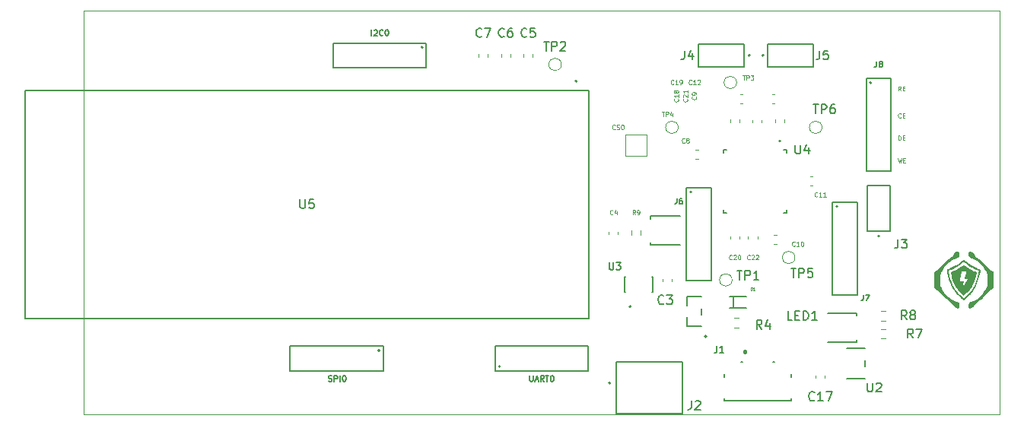
<source format=gbr>
%TF.GenerationSoftware,KiCad,Pcbnew,9.0.0*%
%TF.CreationDate,2025-05-10T16:39:55-04:00*%
%TF.ProjectId,HELPStat_V2,48454c50-5374-4617-945f-56322e6b6963,rev?*%
%TF.SameCoordinates,Original*%
%TF.FileFunction,Legend,Top*%
%TF.FilePolarity,Positive*%
%FSLAX46Y46*%
G04 Gerber Fmt 4.6, Leading zero omitted, Abs format (unit mm)*
G04 Created by KiCad (PCBNEW 9.0.0) date 2025-05-10 16:39:55*
%MOMM*%
%LPD*%
G01*
G04 APERTURE LIST*
%ADD10C,0.100000*%
%ADD11C,0.150000*%
%ADD12C,0.125000*%
%ADD13C,0.080067*%
%ADD14C,0.200000*%
%ADD15C,0.120000*%
%ADD16C,0.127000*%
%ADD17C,0.152400*%
%ADD18C,0.203200*%
%ADD19C,0.000000*%
%ADD20C,0.300000*%
%TA.AperFunction,Profile*%
%ADD21C,0.050000*%
%TD*%
G04 APERTURE END LIST*
D10*
X126137217Y-105933609D02*
X126256265Y-106433609D01*
X126256265Y-106433609D02*
X126351503Y-106076466D01*
X126351503Y-106076466D02*
X126446741Y-106433609D01*
X126446741Y-106433609D02*
X126565789Y-105933609D01*
X126756265Y-106171704D02*
X126922932Y-106171704D01*
X126994360Y-106433609D02*
X126756265Y-106433609D01*
X126756265Y-106433609D02*
X126756265Y-105933609D01*
X126756265Y-105933609D02*
X126994360Y-105933609D01*
X126184836Y-103933609D02*
X126184836Y-103433609D01*
X126184836Y-103433609D02*
X126303884Y-103433609D01*
X126303884Y-103433609D02*
X126375312Y-103457419D01*
X126375312Y-103457419D02*
X126422931Y-103505038D01*
X126422931Y-103505038D02*
X126446741Y-103552657D01*
X126446741Y-103552657D02*
X126470550Y-103647895D01*
X126470550Y-103647895D02*
X126470550Y-103719323D01*
X126470550Y-103719323D02*
X126446741Y-103814561D01*
X126446741Y-103814561D02*
X126422931Y-103862180D01*
X126422931Y-103862180D02*
X126375312Y-103909800D01*
X126375312Y-103909800D02*
X126303884Y-103933609D01*
X126303884Y-103933609D02*
X126184836Y-103933609D01*
X126684836Y-103671704D02*
X126851503Y-103671704D01*
X126922931Y-103933609D02*
X126684836Y-103933609D01*
X126684836Y-103933609D02*
X126684836Y-103433609D01*
X126684836Y-103433609D02*
X126922931Y-103433609D01*
X126470550Y-101385990D02*
X126446741Y-101409800D01*
X126446741Y-101409800D02*
X126375312Y-101433609D01*
X126375312Y-101433609D02*
X126327693Y-101433609D01*
X126327693Y-101433609D02*
X126256265Y-101409800D01*
X126256265Y-101409800D02*
X126208646Y-101362180D01*
X126208646Y-101362180D02*
X126184836Y-101314561D01*
X126184836Y-101314561D02*
X126161027Y-101219323D01*
X126161027Y-101219323D02*
X126161027Y-101147895D01*
X126161027Y-101147895D02*
X126184836Y-101052657D01*
X126184836Y-101052657D02*
X126208646Y-101005038D01*
X126208646Y-101005038D02*
X126256265Y-100957419D01*
X126256265Y-100957419D02*
X126327693Y-100933609D01*
X126327693Y-100933609D02*
X126375312Y-100933609D01*
X126375312Y-100933609D02*
X126446741Y-100957419D01*
X126446741Y-100957419D02*
X126470550Y-100981228D01*
X126684836Y-101171704D02*
X126851503Y-101171704D01*
X126922931Y-101433609D02*
X126684836Y-101433609D01*
X126684836Y-101433609D02*
X126684836Y-100933609D01*
X126684836Y-100933609D02*
X126922931Y-100933609D01*
X126470550Y-98433609D02*
X126303884Y-98195514D01*
X126184836Y-98433609D02*
X126184836Y-97933609D01*
X126184836Y-97933609D02*
X126375312Y-97933609D01*
X126375312Y-97933609D02*
X126422931Y-97957419D01*
X126422931Y-97957419D02*
X126446741Y-97981228D01*
X126446741Y-97981228D02*
X126470550Y-98028847D01*
X126470550Y-98028847D02*
X126470550Y-98100276D01*
X126470550Y-98100276D02*
X126446741Y-98147895D01*
X126446741Y-98147895D02*
X126422931Y-98171704D01*
X126422931Y-98171704D02*
X126375312Y-98195514D01*
X126375312Y-98195514D02*
X126184836Y-98195514D01*
X126684836Y-98171704D02*
X126851503Y-98171704D01*
X126922931Y-98433609D02*
X126684836Y-98433609D01*
X126684836Y-98433609D02*
X126684836Y-97933609D01*
X126684836Y-97933609D02*
X126922931Y-97933609D01*
D11*
X123786667Y-95148276D02*
X123786667Y-95605419D01*
X123786667Y-95605419D02*
X123756190Y-95696847D01*
X123756190Y-95696847D02*
X123695238Y-95757800D01*
X123695238Y-95757800D02*
X123603809Y-95788276D01*
X123603809Y-95788276D02*
X123542857Y-95788276D01*
X124182857Y-95422561D02*
X124121905Y-95392085D01*
X124121905Y-95392085D02*
X124091428Y-95361609D01*
X124091428Y-95361609D02*
X124060952Y-95300657D01*
X124060952Y-95300657D02*
X124060952Y-95270180D01*
X124060952Y-95270180D02*
X124091428Y-95209228D01*
X124091428Y-95209228D02*
X124121905Y-95178752D01*
X124121905Y-95178752D02*
X124182857Y-95148276D01*
X124182857Y-95148276D02*
X124304762Y-95148276D01*
X124304762Y-95148276D02*
X124365714Y-95178752D01*
X124365714Y-95178752D02*
X124396190Y-95209228D01*
X124396190Y-95209228D02*
X124426667Y-95270180D01*
X124426667Y-95270180D02*
X124426667Y-95300657D01*
X124426667Y-95300657D02*
X124396190Y-95361609D01*
X124396190Y-95361609D02*
X124365714Y-95392085D01*
X124365714Y-95392085D02*
X124304762Y-95422561D01*
X124304762Y-95422561D02*
X124182857Y-95422561D01*
X124182857Y-95422561D02*
X124121905Y-95453038D01*
X124121905Y-95453038D02*
X124091428Y-95483514D01*
X124091428Y-95483514D02*
X124060952Y-95544466D01*
X124060952Y-95544466D02*
X124060952Y-95666371D01*
X124060952Y-95666371D02*
X124091428Y-95727323D01*
X124091428Y-95727323D02*
X124121905Y-95757800D01*
X124121905Y-95757800D02*
X124182857Y-95788276D01*
X124182857Y-95788276D02*
X124304762Y-95788276D01*
X124304762Y-95788276D02*
X124365714Y-95757800D01*
X124365714Y-95757800D02*
X124396190Y-95727323D01*
X124396190Y-95727323D02*
X124426667Y-95666371D01*
X124426667Y-95666371D02*
X124426667Y-95544466D01*
X124426667Y-95544466D02*
X124396190Y-95483514D01*
X124396190Y-95483514D02*
X124365714Y-95453038D01*
X124365714Y-95453038D02*
X124304762Y-95422561D01*
X116857142Y-132859580D02*
X116809523Y-132907200D01*
X116809523Y-132907200D02*
X116666666Y-132954819D01*
X116666666Y-132954819D02*
X116571428Y-132954819D01*
X116571428Y-132954819D02*
X116428571Y-132907200D01*
X116428571Y-132907200D02*
X116333333Y-132811961D01*
X116333333Y-132811961D02*
X116285714Y-132716723D01*
X116285714Y-132716723D02*
X116238095Y-132526247D01*
X116238095Y-132526247D02*
X116238095Y-132383390D01*
X116238095Y-132383390D02*
X116285714Y-132192914D01*
X116285714Y-132192914D02*
X116333333Y-132097676D01*
X116333333Y-132097676D02*
X116428571Y-132002438D01*
X116428571Y-132002438D02*
X116571428Y-131954819D01*
X116571428Y-131954819D02*
X116666666Y-131954819D01*
X116666666Y-131954819D02*
X116809523Y-132002438D01*
X116809523Y-132002438D02*
X116857142Y-132050057D01*
X117809523Y-132954819D02*
X117238095Y-132954819D01*
X117523809Y-132954819D02*
X117523809Y-131954819D01*
X117523809Y-131954819D02*
X117428571Y-132097676D01*
X117428571Y-132097676D02*
X117333333Y-132192914D01*
X117333333Y-132192914D02*
X117238095Y-132240533D01*
X118142857Y-131954819D02*
X118809523Y-131954819D01*
X118809523Y-131954819D02*
X118380952Y-132954819D01*
X102396666Y-93954819D02*
X102396666Y-94669104D01*
X102396666Y-94669104D02*
X102349047Y-94811961D01*
X102349047Y-94811961D02*
X102253809Y-94907200D01*
X102253809Y-94907200D02*
X102110952Y-94954819D01*
X102110952Y-94954819D02*
X102015714Y-94954819D01*
X103301428Y-94288152D02*
X103301428Y-94954819D01*
X103063333Y-93907200D02*
X102825238Y-94621485D01*
X102825238Y-94621485D02*
X103444285Y-94621485D01*
X79833333Y-92359580D02*
X79785714Y-92407200D01*
X79785714Y-92407200D02*
X79642857Y-92454819D01*
X79642857Y-92454819D02*
X79547619Y-92454819D01*
X79547619Y-92454819D02*
X79404762Y-92407200D01*
X79404762Y-92407200D02*
X79309524Y-92311961D01*
X79309524Y-92311961D02*
X79261905Y-92216723D01*
X79261905Y-92216723D02*
X79214286Y-92026247D01*
X79214286Y-92026247D02*
X79214286Y-91883390D01*
X79214286Y-91883390D02*
X79261905Y-91692914D01*
X79261905Y-91692914D02*
X79309524Y-91597676D01*
X79309524Y-91597676D02*
X79404762Y-91502438D01*
X79404762Y-91502438D02*
X79547619Y-91454819D01*
X79547619Y-91454819D02*
X79642857Y-91454819D01*
X79642857Y-91454819D02*
X79785714Y-91502438D01*
X79785714Y-91502438D02*
X79833333Y-91550057D01*
X80166667Y-91454819D02*
X80833333Y-91454819D01*
X80833333Y-91454819D02*
X80404762Y-92454819D01*
X103166666Y-132954819D02*
X103166666Y-133669104D01*
X103166666Y-133669104D02*
X103119047Y-133811961D01*
X103119047Y-133811961D02*
X103023809Y-133907200D01*
X103023809Y-133907200D02*
X102880952Y-133954819D01*
X102880952Y-133954819D02*
X102785714Y-133954819D01*
X103595238Y-133050057D02*
X103642857Y-133002438D01*
X103642857Y-133002438D02*
X103738095Y-132954819D01*
X103738095Y-132954819D02*
X103976190Y-132954819D01*
X103976190Y-132954819D02*
X104071428Y-133002438D01*
X104071428Y-133002438D02*
X104119047Y-133050057D01*
X104119047Y-133050057D02*
X104166666Y-133145295D01*
X104166666Y-133145295D02*
X104166666Y-133240533D01*
X104166666Y-133240533D02*
X104119047Y-133383390D01*
X104119047Y-133383390D02*
X103547619Y-133954819D01*
X103547619Y-133954819D02*
X104166666Y-133954819D01*
D12*
X101677190Y-99321428D02*
X101701000Y-99345237D01*
X101701000Y-99345237D02*
X101724809Y-99416666D01*
X101724809Y-99416666D02*
X101724809Y-99464285D01*
X101724809Y-99464285D02*
X101701000Y-99535713D01*
X101701000Y-99535713D02*
X101653380Y-99583332D01*
X101653380Y-99583332D02*
X101605761Y-99607142D01*
X101605761Y-99607142D02*
X101510523Y-99630951D01*
X101510523Y-99630951D02*
X101439095Y-99630951D01*
X101439095Y-99630951D02*
X101343857Y-99607142D01*
X101343857Y-99607142D02*
X101296238Y-99583332D01*
X101296238Y-99583332D02*
X101248619Y-99535713D01*
X101248619Y-99535713D02*
X101224809Y-99464285D01*
X101224809Y-99464285D02*
X101224809Y-99416666D01*
X101224809Y-99416666D02*
X101248619Y-99345237D01*
X101248619Y-99345237D02*
X101272428Y-99321428D01*
X101724809Y-98845237D02*
X101724809Y-99130951D01*
X101724809Y-98988094D02*
X101224809Y-98988094D01*
X101224809Y-98988094D02*
X101296238Y-99035713D01*
X101296238Y-99035713D02*
X101343857Y-99083332D01*
X101343857Y-99083332D02*
X101367666Y-99130951D01*
X101439095Y-98559523D02*
X101415285Y-98607142D01*
X101415285Y-98607142D02*
X101391476Y-98630952D01*
X101391476Y-98630952D02*
X101343857Y-98654761D01*
X101343857Y-98654761D02*
X101320047Y-98654761D01*
X101320047Y-98654761D02*
X101272428Y-98630952D01*
X101272428Y-98630952D02*
X101248619Y-98607142D01*
X101248619Y-98607142D02*
X101224809Y-98559523D01*
X101224809Y-98559523D02*
X101224809Y-98464285D01*
X101224809Y-98464285D02*
X101248619Y-98416666D01*
X101248619Y-98416666D02*
X101272428Y-98392857D01*
X101272428Y-98392857D02*
X101320047Y-98369047D01*
X101320047Y-98369047D02*
X101343857Y-98369047D01*
X101343857Y-98369047D02*
X101391476Y-98392857D01*
X101391476Y-98392857D02*
X101415285Y-98416666D01*
X101415285Y-98416666D02*
X101439095Y-98464285D01*
X101439095Y-98464285D02*
X101439095Y-98559523D01*
X101439095Y-98559523D02*
X101462904Y-98607142D01*
X101462904Y-98607142D02*
X101486714Y-98630952D01*
X101486714Y-98630952D02*
X101534333Y-98654761D01*
X101534333Y-98654761D02*
X101629571Y-98654761D01*
X101629571Y-98654761D02*
X101677190Y-98630952D01*
X101677190Y-98630952D02*
X101701000Y-98607142D01*
X101701000Y-98607142D02*
X101724809Y-98559523D01*
X101724809Y-98559523D02*
X101724809Y-98464285D01*
X101724809Y-98464285D02*
X101701000Y-98416666D01*
X101701000Y-98416666D02*
X101677190Y-98392857D01*
X101677190Y-98392857D02*
X101629571Y-98369047D01*
X101629571Y-98369047D02*
X101534333Y-98369047D01*
X101534333Y-98369047D02*
X101486714Y-98392857D01*
X101486714Y-98392857D02*
X101462904Y-98416666D01*
X101462904Y-98416666D02*
X101439095Y-98464285D01*
X103677190Y-99083333D02*
X103701000Y-99107142D01*
X103701000Y-99107142D02*
X103724809Y-99178571D01*
X103724809Y-99178571D02*
X103724809Y-99226190D01*
X103724809Y-99226190D02*
X103701000Y-99297618D01*
X103701000Y-99297618D02*
X103653380Y-99345237D01*
X103653380Y-99345237D02*
X103605761Y-99369047D01*
X103605761Y-99369047D02*
X103510523Y-99392856D01*
X103510523Y-99392856D02*
X103439095Y-99392856D01*
X103439095Y-99392856D02*
X103343857Y-99369047D01*
X103343857Y-99369047D02*
X103296238Y-99345237D01*
X103296238Y-99345237D02*
X103248619Y-99297618D01*
X103248619Y-99297618D02*
X103224809Y-99226190D01*
X103224809Y-99226190D02*
X103224809Y-99178571D01*
X103224809Y-99178571D02*
X103248619Y-99107142D01*
X103248619Y-99107142D02*
X103272428Y-99083333D01*
X103724809Y-98845237D02*
X103724809Y-98749999D01*
X103724809Y-98749999D02*
X103701000Y-98702380D01*
X103701000Y-98702380D02*
X103677190Y-98678571D01*
X103677190Y-98678571D02*
X103605761Y-98630952D01*
X103605761Y-98630952D02*
X103510523Y-98607142D01*
X103510523Y-98607142D02*
X103320047Y-98607142D01*
X103320047Y-98607142D02*
X103272428Y-98630952D01*
X103272428Y-98630952D02*
X103248619Y-98654761D01*
X103248619Y-98654761D02*
X103224809Y-98702380D01*
X103224809Y-98702380D02*
X103224809Y-98797618D01*
X103224809Y-98797618D02*
X103248619Y-98845237D01*
X103248619Y-98845237D02*
X103272428Y-98869047D01*
X103272428Y-98869047D02*
X103320047Y-98892856D01*
X103320047Y-98892856D02*
X103439095Y-98892856D01*
X103439095Y-98892856D02*
X103486714Y-98869047D01*
X103486714Y-98869047D02*
X103510523Y-98845237D01*
X103510523Y-98845237D02*
X103534333Y-98797618D01*
X103534333Y-98797618D02*
X103534333Y-98702380D01*
X103534333Y-98702380D02*
X103510523Y-98654761D01*
X103510523Y-98654761D02*
X103486714Y-98630952D01*
X103486714Y-98630952D02*
X103439095Y-98607142D01*
X101178571Y-97677190D02*
X101154762Y-97701000D01*
X101154762Y-97701000D02*
X101083333Y-97724809D01*
X101083333Y-97724809D02*
X101035714Y-97724809D01*
X101035714Y-97724809D02*
X100964286Y-97701000D01*
X100964286Y-97701000D02*
X100916667Y-97653380D01*
X100916667Y-97653380D02*
X100892857Y-97605761D01*
X100892857Y-97605761D02*
X100869048Y-97510523D01*
X100869048Y-97510523D02*
X100869048Y-97439095D01*
X100869048Y-97439095D02*
X100892857Y-97343857D01*
X100892857Y-97343857D02*
X100916667Y-97296238D01*
X100916667Y-97296238D02*
X100964286Y-97248619D01*
X100964286Y-97248619D02*
X101035714Y-97224809D01*
X101035714Y-97224809D02*
X101083333Y-97224809D01*
X101083333Y-97224809D02*
X101154762Y-97248619D01*
X101154762Y-97248619D02*
X101178571Y-97272428D01*
X101654762Y-97724809D02*
X101369048Y-97724809D01*
X101511905Y-97724809D02*
X101511905Y-97224809D01*
X101511905Y-97224809D02*
X101464286Y-97296238D01*
X101464286Y-97296238D02*
X101416667Y-97343857D01*
X101416667Y-97343857D02*
X101369048Y-97367666D01*
X101892857Y-97724809D02*
X101988095Y-97724809D01*
X101988095Y-97724809D02*
X102035714Y-97701000D01*
X102035714Y-97701000D02*
X102059523Y-97677190D01*
X102059523Y-97677190D02*
X102107142Y-97605761D01*
X102107142Y-97605761D02*
X102130952Y-97510523D01*
X102130952Y-97510523D02*
X102130952Y-97320047D01*
X102130952Y-97320047D02*
X102107142Y-97272428D01*
X102107142Y-97272428D02*
X102083333Y-97248619D01*
X102083333Y-97248619D02*
X102035714Y-97224809D01*
X102035714Y-97224809D02*
X101940476Y-97224809D01*
X101940476Y-97224809D02*
X101892857Y-97248619D01*
X101892857Y-97248619D02*
X101869047Y-97272428D01*
X101869047Y-97272428D02*
X101845238Y-97320047D01*
X101845238Y-97320047D02*
X101845238Y-97439095D01*
X101845238Y-97439095D02*
X101869047Y-97486714D01*
X101869047Y-97486714D02*
X101892857Y-97510523D01*
X101892857Y-97510523D02*
X101940476Y-97534333D01*
X101940476Y-97534333D02*
X102035714Y-97534333D01*
X102035714Y-97534333D02*
X102083333Y-97510523D01*
X102083333Y-97510523D02*
X102107142Y-97486714D01*
X102107142Y-97486714D02*
X102130952Y-97439095D01*
D11*
X100083333Y-122109580D02*
X100035714Y-122157200D01*
X100035714Y-122157200D02*
X99892857Y-122204819D01*
X99892857Y-122204819D02*
X99797619Y-122204819D01*
X99797619Y-122204819D02*
X99654762Y-122157200D01*
X99654762Y-122157200D02*
X99559524Y-122061961D01*
X99559524Y-122061961D02*
X99511905Y-121966723D01*
X99511905Y-121966723D02*
X99464286Y-121776247D01*
X99464286Y-121776247D02*
X99464286Y-121633390D01*
X99464286Y-121633390D02*
X99511905Y-121442914D01*
X99511905Y-121442914D02*
X99559524Y-121347676D01*
X99559524Y-121347676D02*
X99654762Y-121252438D01*
X99654762Y-121252438D02*
X99797619Y-121204819D01*
X99797619Y-121204819D02*
X99892857Y-121204819D01*
X99892857Y-121204819D02*
X100035714Y-121252438D01*
X100035714Y-121252438D02*
X100083333Y-121300057D01*
X100416667Y-121204819D02*
X101035714Y-121204819D01*
X101035714Y-121204819D02*
X100702381Y-121585771D01*
X100702381Y-121585771D02*
X100845238Y-121585771D01*
X100845238Y-121585771D02*
X100940476Y-121633390D01*
X100940476Y-121633390D02*
X100988095Y-121681009D01*
X100988095Y-121681009D02*
X101035714Y-121776247D01*
X101035714Y-121776247D02*
X101035714Y-122014342D01*
X101035714Y-122014342D02*
X100988095Y-122109580D01*
X100988095Y-122109580D02*
X100940476Y-122157200D01*
X100940476Y-122157200D02*
X100845238Y-122204819D01*
X100845238Y-122204819D02*
X100559524Y-122204819D01*
X100559524Y-122204819D02*
X100464286Y-122157200D01*
X100464286Y-122157200D02*
X100416667Y-122109580D01*
D12*
X117178571Y-110177190D02*
X117154762Y-110201000D01*
X117154762Y-110201000D02*
X117083333Y-110224809D01*
X117083333Y-110224809D02*
X117035714Y-110224809D01*
X117035714Y-110224809D02*
X116964286Y-110201000D01*
X116964286Y-110201000D02*
X116916667Y-110153380D01*
X116916667Y-110153380D02*
X116892857Y-110105761D01*
X116892857Y-110105761D02*
X116869048Y-110010523D01*
X116869048Y-110010523D02*
X116869048Y-109939095D01*
X116869048Y-109939095D02*
X116892857Y-109843857D01*
X116892857Y-109843857D02*
X116916667Y-109796238D01*
X116916667Y-109796238D02*
X116964286Y-109748619D01*
X116964286Y-109748619D02*
X117035714Y-109724809D01*
X117035714Y-109724809D02*
X117083333Y-109724809D01*
X117083333Y-109724809D02*
X117154762Y-109748619D01*
X117154762Y-109748619D02*
X117178571Y-109772428D01*
X117654762Y-110224809D02*
X117369048Y-110224809D01*
X117511905Y-110224809D02*
X117511905Y-109724809D01*
X117511905Y-109724809D02*
X117464286Y-109796238D01*
X117464286Y-109796238D02*
X117416667Y-109843857D01*
X117416667Y-109843857D02*
X117369048Y-109867666D01*
X118130952Y-110224809D02*
X117845238Y-110224809D01*
X117988095Y-110224809D02*
X117988095Y-109724809D01*
X117988095Y-109724809D02*
X117940476Y-109796238D01*
X117940476Y-109796238D02*
X117892857Y-109843857D01*
X117892857Y-109843857D02*
X117845238Y-109867666D01*
X94678571Y-102677190D02*
X94654762Y-102701000D01*
X94654762Y-102701000D02*
X94583333Y-102724809D01*
X94583333Y-102724809D02*
X94535714Y-102724809D01*
X94535714Y-102724809D02*
X94464286Y-102701000D01*
X94464286Y-102701000D02*
X94416667Y-102653380D01*
X94416667Y-102653380D02*
X94392857Y-102605761D01*
X94392857Y-102605761D02*
X94369048Y-102510523D01*
X94369048Y-102510523D02*
X94369048Y-102439095D01*
X94369048Y-102439095D02*
X94392857Y-102343857D01*
X94392857Y-102343857D02*
X94416667Y-102296238D01*
X94416667Y-102296238D02*
X94464286Y-102248619D01*
X94464286Y-102248619D02*
X94535714Y-102224809D01*
X94535714Y-102224809D02*
X94583333Y-102224809D01*
X94583333Y-102224809D02*
X94654762Y-102248619D01*
X94654762Y-102248619D02*
X94678571Y-102272428D01*
X94869048Y-102701000D02*
X94940476Y-102724809D01*
X94940476Y-102724809D02*
X95059524Y-102724809D01*
X95059524Y-102724809D02*
X95107143Y-102701000D01*
X95107143Y-102701000D02*
X95130952Y-102677190D01*
X95130952Y-102677190D02*
X95154762Y-102629571D01*
X95154762Y-102629571D02*
X95154762Y-102581952D01*
X95154762Y-102581952D02*
X95130952Y-102534333D01*
X95130952Y-102534333D02*
X95107143Y-102510523D01*
X95107143Y-102510523D02*
X95059524Y-102486714D01*
X95059524Y-102486714D02*
X94964286Y-102462904D01*
X94964286Y-102462904D02*
X94916667Y-102439095D01*
X94916667Y-102439095D02*
X94892857Y-102415285D01*
X94892857Y-102415285D02*
X94869048Y-102367666D01*
X94869048Y-102367666D02*
X94869048Y-102320047D01*
X94869048Y-102320047D02*
X94892857Y-102272428D01*
X94892857Y-102272428D02*
X94916667Y-102248619D01*
X94916667Y-102248619D02*
X94964286Y-102224809D01*
X94964286Y-102224809D02*
X95083333Y-102224809D01*
X95083333Y-102224809D02*
X95154762Y-102248619D01*
X95464285Y-102224809D02*
X95511904Y-102224809D01*
X95511904Y-102224809D02*
X95559523Y-102248619D01*
X95559523Y-102248619D02*
X95583333Y-102272428D01*
X95583333Y-102272428D02*
X95607142Y-102320047D01*
X95607142Y-102320047D02*
X95630952Y-102415285D01*
X95630952Y-102415285D02*
X95630952Y-102534333D01*
X95630952Y-102534333D02*
X95607142Y-102629571D01*
X95607142Y-102629571D02*
X95583333Y-102677190D01*
X95583333Y-102677190D02*
X95559523Y-102701000D01*
X95559523Y-102701000D02*
X95511904Y-102724809D01*
X95511904Y-102724809D02*
X95464285Y-102724809D01*
X95464285Y-102724809D02*
X95416666Y-102701000D01*
X95416666Y-102701000D02*
X95392857Y-102677190D01*
X95392857Y-102677190D02*
X95369047Y-102629571D01*
X95369047Y-102629571D02*
X95345238Y-102534333D01*
X95345238Y-102534333D02*
X95345238Y-102415285D01*
X95345238Y-102415285D02*
X95369047Y-102320047D01*
X95369047Y-102320047D02*
X95392857Y-102272428D01*
X95392857Y-102272428D02*
X95416666Y-102248619D01*
X95416666Y-102248619D02*
X95464285Y-102224809D01*
X99869048Y-100776809D02*
X100154762Y-100776809D01*
X100011905Y-101276809D02*
X100011905Y-100776809D01*
X100321428Y-101276809D02*
X100321428Y-100776809D01*
X100321428Y-100776809D02*
X100511904Y-100776809D01*
X100511904Y-100776809D02*
X100559523Y-100800619D01*
X100559523Y-100800619D02*
X100583333Y-100824428D01*
X100583333Y-100824428D02*
X100607142Y-100872047D01*
X100607142Y-100872047D02*
X100607142Y-100943476D01*
X100607142Y-100943476D02*
X100583333Y-100991095D01*
X100583333Y-100991095D02*
X100559523Y-101014904D01*
X100559523Y-101014904D02*
X100511904Y-101038714D01*
X100511904Y-101038714D02*
X100321428Y-101038714D01*
X101035714Y-100943476D02*
X101035714Y-101276809D01*
X100916666Y-100753000D02*
X100797619Y-101110142D01*
X100797619Y-101110142D02*
X101107142Y-101110142D01*
X94416666Y-112177190D02*
X94392857Y-112201000D01*
X94392857Y-112201000D02*
X94321428Y-112224809D01*
X94321428Y-112224809D02*
X94273809Y-112224809D01*
X94273809Y-112224809D02*
X94202381Y-112201000D01*
X94202381Y-112201000D02*
X94154762Y-112153380D01*
X94154762Y-112153380D02*
X94130952Y-112105761D01*
X94130952Y-112105761D02*
X94107143Y-112010523D01*
X94107143Y-112010523D02*
X94107143Y-111939095D01*
X94107143Y-111939095D02*
X94130952Y-111843857D01*
X94130952Y-111843857D02*
X94154762Y-111796238D01*
X94154762Y-111796238D02*
X94202381Y-111748619D01*
X94202381Y-111748619D02*
X94273809Y-111724809D01*
X94273809Y-111724809D02*
X94321428Y-111724809D01*
X94321428Y-111724809D02*
X94392857Y-111748619D01*
X94392857Y-111748619D02*
X94416666Y-111772428D01*
X94845238Y-111891476D02*
X94845238Y-112224809D01*
X94726190Y-111701000D02*
X94607143Y-112058142D01*
X94607143Y-112058142D02*
X94916666Y-112058142D01*
D11*
X84833333Y-92359580D02*
X84785714Y-92407200D01*
X84785714Y-92407200D02*
X84642857Y-92454819D01*
X84642857Y-92454819D02*
X84547619Y-92454819D01*
X84547619Y-92454819D02*
X84404762Y-92407200D01*
X84404762Y-92407200D02*
X84309524Y-92311961D01*
X84309524Y-92311961D02*
X84261905Y-92216723D01*
X84261905Y-92216723D02*
X84214286Y-92026247D01*
X84214286Y-92026247D02*
X84214286Y-91883390D01*
X84214286Y-91883390D02*
X84261905Y-91692914D01*
X84261905Y-91692914D02*
X84309524Y-91597676D01*
X84309524Y-91597676D02*
X84404762Y-91502438D01*
X84404762Y-91502438D02*
X84547619Y-91454819D01*
X84547619Y-91454819D02*
X84642857Y-91454819D01*
X84642857Y-91454819D02*
X84785714Y-91502438D01*
X84785714Y-91502438D02*
X84833333Y-91550057D01*
X85738095Y-91454819D02*
X85261905Y-91454819D01*
X85261905Y-91454819D02*
X85214286Y-91931009D01*
X85214286Y-91931009D02*
X85261905Y-91883390D01*
X85261905Y-91883390D02*
X85357143Y-91835771D01*
X85357143Y-91835771D02*
X85595238Y-91835771D01*
X85595238Y-91835771D02*
X85690476Y-91883390D01*
X85690476Y-91883390D02*
X85738095Y-91931009D01*
X85738095Y-91931009D02*
X85785714Y-92026247D01*
X85785714Y-92026247D02*
X85785714Y-92264342D01*
X85785714Y-92264342D02*
X85738095Y-92359580D01*
X85738095Y-92359580D02*
X85690476Y-92407200D01*
X85690476Y-92407200D02*
X85595238Y-92454819D01*
X85595238Y-92454819D02*
X85357143Y-92454819D01*
X85357143Y-92454819D02*
X85261905Y-92407200D01*
X85261905Y-92407200D02*
X85214286Y-92359580D01*
X127128733Y-123904820D02*
X126795400Y-123428629D01*
X126557305Y-123904820D02*
X126557305Y-122904820D01*
X126557305Y-122904820D02*
X126938257Y-122904820D01*
X126938257Y-122904820D02*
X127033495Y-122952439D01*
X127033495Y-122952439D02*
X127081114Y-123000058D01*
X127081114Y-123000058D02*
X127128733Y-123095296D01*
X127128733Y-123095296D02*
X127128733Y-123238153D01*
X127128733Y-123238153D02*
X127081114Y-123333391D01*
X127081114Y-123333391D02*
X127033495Y-123381010D01*
X127033495Y-123381010D02*
X126938257Y-123428629D01*
X126938257Y-123428629D02*
X126557305Y-123428629D01*
X127700162Y-123333391D02*
X127604924Y-123285772D01*
X127604924Y-123285772D02*
X127557305Y-123238153D01*
X127557305Y-123238153D02*
X127509686Y-123142915D01*
X127509686Y-123142915D02*
X127509686Y-123095296D01*
X127509686Y-123095296D02*
X127557305Y-123000058D01*
X127557305Y-123000058D02*
X127604924Y-122952439D01*
X127604924Y-122952439D02*
X127700162Y-122904820D01*
X127700162Y-122904820D02*
X127890638Y-122904820D01*
X127890638Y-122904820D02*
X127985876Y-122952439D01*
X127985876Y-122952439D02*
X128033495Y-123000058D01*
X128033495Y-123000058D02*
X128081114Y-123095296D01*
X128081114Y-123095296D02*
X128081114Y-123142915D01*
X128081114Y-123142915D02*
X128033495Y-123238153D01*
X128033495Y-123238153D02*
X127985876Y-123285772D01*
X127985876Y-123285772D02*
X127890638Y-123333391D01*
X127890638Y-123333391D02*
X127700162Y-123333391D01*
X127700162Y-123333391D02*
X127604924Y-123381010D01*
X127604924Y-123381010D02*
X127557305Y-123428629D01*
X127557305Y-123428629D02*
X127509686Y-123523867D01*
X127509686Y-123523867D02*
X127509686Y-123714343D01*
X127509686Y-123714343D02*
X127557305Y-123809581D01*
X127557305Y-123809581D02*
X127604924Y-123857201D01*
X127604924Y-123857201D02*
X127700162Y-123904820D01*
X127700162Y-123904820D02*
X127890638Y-123904820D01*
X127890638Y-123904820D02*
X127985876Y-123857201D01*
X127985876Y-123857201D02*
X128033495Y-123809581D01*
X128033495Y-123809581D02*
X128081114Y-123714343D01*
X128081114Y-123714343D02*
X128081114Y-123523867D01*
X128081114Y-123523867D02*
X128033495Y-123428629D01*
X128033495Y-123428629D02*
X127985876Y-123381010D01*
X127985876Y-123381010D02*
X127890638Y-123333391D01*
D12*
X107678571Y-117177190D02*
X107654762Y-117201000D01*
X107654762Y-117201000D02*
X107583333Y-117224809D01*
X107583333Y-117224809D02*
X107535714Y-117224809D01*
X107535714Y-117224809D02*
X107464286Y-117201000D01*
X107464286Y-117201000D02*
X107416667Y-117153380D01*
X107416667Y-117153380D02*
X107392857Y-117105761D01*
X107392857Y-117105761D02*
X107369048Y-117010523D01*
X107369048Y-117010523D02*
X107369048Y-116939095D01*
X107369048Y-116939095D02*
X107392857Y-116843857D01*
X107392857Y-116843857D02*
X107416667Y-116796238D01*
X107416667Y-116796238D02*
X107464286Y-116748619D01*
X107464286Y-116748619D02*
X107535714Y-116724809D01*
X107535714Y-116724809D02*
X107583333Y-116724809D01*
X107583333Y-116724809D02*
X107654762Y-116748619D01*
X107654762Y-116748619D02*
X107678571Y-116772428D01*
X107869048Y-116772428D02*
X107892857Y-116748619D01*
X107892857Y-116748619D02*
X107940476Y-116724809D01*
X107940476Y-116724809D02*
X108059524Y-116724809D01*
X108059524Y-116724809D02*
X108107143Y-116748619D01*
X108107143Y-116748619D02*
X108130952Y-116772428D01*
X108130952Y-116772428D02*
X108154762Y-116820047D01*
X108154762Y-116820047D02*
X108154762Y-116867666D01*
X108154762Y-116867666D02*
X108130952Y-116939095D01*
X108130952Y-116939095D02*
X107845238Y-117224809D01*
X107845238Y-117224809D02*
X108154762Y-117224809D01*
X108464285Y-116724809D02*
X108511904Y-116724809D01*
X108511904Y-116724809D02*
X108559523Y-116748619D01*
X108559523Y-116748619D02*
X108583333Y-116772428D01*
X108583333Y-116772428D02*
X108607142Y-116820047D01*
X108607142Y-116820047D02*
X108630952Y-116915285D01*
X108630952Y-116915285D02*
X108630952Y-117034333D01*
X108630952Y-117034333D02*
X108607142Y-117129571D01*
X108607142Y-117129571D02*
X108583333Y-117177190D01*
X108583333Y-117177190D02*
X108559523Y-117201000D01*
X108559523Y-117201000D02*
X108511904Y-117224809D01*
X108511904Y-117224809D02*
X108464285Y-117224809D01*
X108464285Y-117224809D02*
X108416666Y-117201000D01*
X108416666Y-117201000D02*
X108392857Y-117177190D01*
X108392857Y-117177190D02*
X108369047Y-117129571D01*
X108369047Y-117129571D02*
X108345238Y-117034333D01*
X108345238Y-117034333D02*
X108345238Y-116915285D01*
X108345238Y-116915285D02*
X108369047Y-116820047D01*
X108369047Y-116820047D02*
X108392857Y-116772428D01*
X108392857Y-116772428D02*
X108416666Y-116748619D01*
X108416666Y-116748619D02*
X108464285Y-116724809D01*
D11*
X122738095Y-130954819D02*
X122738095Y-131764342D01*
X122738095Y-131764342D02*
X122785714Y-131859580D01*
X122785714Y-131859580D02*
X122833333Y-131907200D01*
X122833333Y-131907200D02*
X122928571Y-131954819D01*
X122928571Y-131954819D02*
X123119047Y-131954819D01*
X123119047Y-131954819D02*
X123214285Y-131907200D01*
X123214285Y-131907200D02*
X123261904Y-131859580D01*
X123261904Y-131859580D02*
X123309523Y-131764342D01*
X123309523Y-131764342D02*
X123309523Y-130954819D01*
X123738095Y-131050057D02*
X123785714Y-131002438D01*
X123785714Y-131002438D02*
X123880952Y-130954819D01*
X123880952Y-130954819D02*
X124119047Y-130954819D01*
X124119047Y-130954819D02*
X124214285Y-131002438D01*
X124214285Y-131002438D02*
X124261904Y-131050057D01*
X124261904Y-131050057D02*
X124309523Y-131145295D01*
X124309523Y-131145295D02*
X124309523Y-131240533D01*
X124309523Y-131240533D02*
X124261904Y-131383390D01*
X124261904Y-131383390D02*
X123690476Y-131954819D01*
X123690476Y-131954819D02*
X124309523Y-131954819D01*
X126166666Y-114954819D02*
X126166666Y-115669104D01*
X126166666Y-115669104D02*
X126119047Y-115811961D01*
X126119047Y-115811961D02*
X126023809Y-115907200D01*
X126023809Y-115907200D02*
X125880952Y-115954819D01*
X125880952Y-115954819D02*
X125785714Y-115954819D01*
X126547619Y-114954819D02*
X127166666Y-114954819D01*
X127166666Y-114954819D02*
X126833333Y-115335771D01*
X126833333Y-115335771D02*
X126976190Y-115335771D01*
X126976190Y-115335771D02*
X127071428Y-115383390D01*
X127071428Y-115383390D02*
X127119047Y-115431009D01*
X127119047Y-115431009D02*
X127166666Y-115526247D01*
X127166666Y-115526247D02*
X127166666Y-115764342D01*
X127166666Y-115764342D02*
X127119047Y-115859580D01*
X127119047Y-115859580D02*
X127071428Y-115907200D01*
X127071428Y-115907200D02*
X126976190Y-115954819D01*
X126976190Y-115954819D02*
X126690476Y-115954819D01*
X126690476Y-115954819D02*
X126595238Y-115907200D01*
X126595238Y-115907200D02*
X126547619Y-115859580D01*
D13*
X109763612Y-120643998D02*
X109763612Y-120323730D01*
X109763612Y-120323730D02*
X109839866Y-120323730D01*
X109839866Y-120323730D02*
X109885619Y-120338981D01*
X109885619Y-120338981D02*
X109916120Y-120369483D01*
X109916120Y-120369483D02*
X109931371Y-120399985D01*
X109931371Y-120399985D02*
X109946622Y-120460988D01*
X109946622Y-120460988D02*
X109946622Y-120506741D01*
X109946622Y-120506741D02*
X109931371Y-120567744D01*
X109931371Y-120567744D02*
X109916120Y-120598246D01*
X109916120Y-120598246D02*
X109885619Y-120628748D01*
X109885619Y-120628748D02*
X109839866Y-120643998D01*
X109839866Y-120643998D02*
X109763612Y-120643998D01*
X110251639Y-120643998D02*
X110068629Y-120643998D01*
X110160134Y-120643998D02*
X110160134Y-120323730D01*
X110160134Y-120323730D02*
X110129632Y-120369483D01*
X110129632Y-120369483D02*
X110099131Y-120399985D01*
X110099131Y-120399985D02*
X110068629Y-120415236D01*
D11*
X127833333Y-125954819D02*
X127500000Y-125478628D01*
X127261905Y-125954819D02*
X127261905Y-124954819D01*
X127261905Y-124954819D02*
X127642857Y-124954819D01*
X127642857Y-124954819D02*
X127738095Y-125002438D01*
X127738095Y-125002438D02*
X127785714Y-125050057D01*
X127785714Y-125050057D02*
X127833333Y-125145295D01*
X127833333Y-125145295D02*
X127833333Y-125288152D01*
X127833333Y-125288152D02*
X127785714Y-125383390D01*
X127785714Y-125383390D02*
X127738095Y-125431009D01*
X127738095Y-125431009D02*
X127642857Y-125478628D01*
X127642857Y-125478628D02*
X127261905Y-125478628D01*
X128166667Y-124954819D02*
X128833333Y-124954819D01*
X128833333Y-124954819D02*
X128404762Y-125954819D01*
X122286667Y-121148276D02*
X122286667Y-121605419D01*
X122286667Y-121605419D02*
X122256190Y-121696847D01*
X122256190Y-121696847D02*
X122195238Y-121757800D01*
X122195238Y-121757800D02*
X122103809Y-121788276D01*
X122103809Y-121788276D02*
X122042857Y-121788276D01*
X122530476Y-121148276D02*
X122957143Y-121148276D01*
X122957143Y-121148276D02*
X122682857Y-121788276D01*
X114238095Y-118204819D02*
X114809523Y-118204819D01*
X114523809Y-119204819D02*
X114523809Y-118204819D01*
X115142857Y-119204819D02*
X115142857Y-118204819D01*
X115142857Y-118204819D02*
X115523809Y-118204819D01*
X115523809Y-118204819D02*
X115619047Y-118252438D01*
X115619047Y-118252438D02*
X115666666Y-118300057D01*
X115666666Y-118300057D02*
X115714285Y-118395295D01*
X115714285Y-118395295D02*
X115714285Y-118538152D01*
X115714285Y-118538152D02*
X115666666Y-118633390D01*
X115666666Y-118633390D02*
X115619047Y-118681009D01*
X115619047Y-118681009D02*
X115523809Y-118728628D01*
X115523809Y-118728628D02*
X115142857Y-118728628D01*
X116619047Y-118204819D02*
X116142857Y-118204819D01*
X116142857Y-118204819D02*
X116095238Y-118681009D01*
X116095238Y-118681009D02*
X116142857Y-118633390D01*
X116142857Y-118633390D02*
X116238095Y-118585771D01*
X116238095Y-118585771D02*
X116476190Y-118585771D01*
X116476190Y-118585771D02*
X116571428Y-118633390D01*
X116571428Y-118633390D02*
X116619047Y-118681009D01*
X116619047Y-118681009D02*
X116666666Y-118776247D01*
X116666666Y-118776247D02*
X116666666Y-119014342D01*
X116666666Y-119014342D02*
X116619047Y-119109580D01*
X116619047Y-119109580D02*
X116571428Y-119157200D01*
X116571428Y-119157200D02*
X116476190Y-119204819D01*
X116476190Y-119204819D02*
X116238095Y-119204819D01*
X116238095Y-119204819D02*
X116142857Y-119157200D01*
X116142857Y-119157200D02*
X116095238Y-119109580D01*
X116738095Y-99954819D02*
X117309523Y-99954819D01*
X117023809Y-100954819D02*
X117023809Y-99954819D01*
X117642857Y-100954819D02*
X117642857Y-99954819D01*
X117642857Y-99954819D02*
X118023809Y-99954819D01*
X118023809Y-99954819D02*
X118119047Y-100002438D01*
X118119047Y-100002438D02*
X118166666Y-100050057D01*
X118166666Y-100050057D02*
X118214285Y-100145295D01*
X118214285Y-100145295D02*
X118214285Y-100288152D01*
X118214285Y-100288152D02*
X118166666Y-100383390D01*
X118166666Y-100383390D02*
X118119047Y-100431009D01*
X118119047Y-100431009D02*
X118023809Y-100478628D01*
X118023809Y-100478628D02*
X117642857Y-100478628D01*
X119071428Y-99954819D02*
X118880952Y-99954819D01*
X118880952Y-99954819D02*
X118785714Y-100002438D01*
X118785714Y-100002438D02*
X118738095Y-100050057D01*
X118738095Y-100050057D02*
X118642857Y-100192914D01*
X118642857Y-100192914D02*
X118595238Y-100383390D01*
X118595238Y-100383390D02*
X118595238Y-100764342D01*
X118595238Y-100764342D02*
X118642857Y-100859580D01*
X118642857Y-100859580D02*
X118690476Y-100907200D01*
X118690476Y-100907200D02*
X118785714Y-100954819D01*
X118785714Y-100954819D02*
X118976190Y-100954819D01*
X118976190Y-100954819D02*
X119071428Y-100907200D01*
X119071428Y-100907200D02*
X119119047Y-100859580D01*
X119119047Y-100859580D02*
X119166666Y-100764342D01*
X119166666Y-100764342D02*
X119166666Y-100526247D01*
X119166666Y-100526247D02*
X119119047Y-100431009D01*
X119119047Y-100431009D02*
X119071428Y-100383390D01*
X119071428Y-100383390D02*
X118976190Y-100335771D01*
X118976190Y-100335771D02*
X118785714Y-100335771D01*
X118785714Y-100335771D02*
X118690476Y-100383390D01*
X118690476Y-100383390D02*
X118642857Y-100431009D01*
X118642857Y-100431009D02*
X118595238Y-100526247D01*
X111008333Y-124954819D02*
X110675000Y-124478628D01*
X110436905Y-124954819D02*
X110436905Y-123954819D01*
X110436905Y-123954819D02*
X110817857Y-123954819D01*
X110817857Y-123954819D02*
X110913095Y-124002438D01*
X110913095Y-124002438D02*
X110960714Y-124050057D01*
X110960714Y-124050057D02*
X111008333Y-124145295D01*
X111008333Y-124145295D02*
X111008333Y-124288152D01*
X111008333Y-124288152D02*
X110960714Y-124383390D01*
X110960714Y-124383390D02*
X110913095Y-124431009D01*
X110913095Y-124431009D02*
X110817857Y-124478628D01*
X110817857Y-124478628D02*
X110436905Y-124478628D01*
X111865476Y-124288152D02*
X111865476Y-124954819D01*
X111627381Y-123907200D02*
X111389286Y-124621485D01*
X111389286Y-124621485D02*
X112008333Y-124621485D01*
D12*
X114678571Y-115677190D02*
X114654762Y-115701000D01*
X114654762Y-115701000D02*
X114583333Y-115724809D01*
X114583333Y-115724809D02*
X114535714Y-115724809D01*
X114535714Y-115724809D02*
X114464286Y-115701000D01*
X114464286Y-115701000D02*
X114416667Y-115653380D01*
X114416667Y-115653380D02*
X114392857Y-115605761D01*
X114392857Y-115605761D02*
X114369048Y-115510523D01*
X114369048Y-115510523D02*
X114369048Y-115439095D01*
X114369048Y-115439095D02*
X114392857Y-115343857D01*
X114392857Y-115343857D02*
X114416667Y-115296238D01*
X114416667Y-115296238D02*
X114464286Y-115248619D01*
X114464286Y-115248619D02*
X114535714Y-115224809D01*
X114535714Y-115224809D02*
X114583333Y-115224809D01*
X114583333Y-115224809D02*
X114654762Y-115248619D01*
X114654762Y-115248619D02*
X114678571Y-115272428D01*
X115154762Y-115724809D02*
X114869048Y-115724809D01*
X115011905Y-115724809D02*
X115011905Y-115224809D01*
X115011905Y-115224809D02*
X114964286Y-115296238D01*
X114964286Y-115296238D02*
X114916667Y-115343857D01*
X114916667Y-115343857D02*
X114869048Y-115367666D01*
X115464285Y-115224809D02*
X115511904Y-115224809D01*
X115511904Y-115224809D02*
X115559523Y-115248619D01*
X115559523Y-115248619D02*
X115583333Y-115272428D01*
X115583333Y-115272428D02*
X115607142Y-115320047D01*
X115607142Y-115320047D02*
X115630952Y-115415285D01*
X115630952Y-115415285D02*
X115630952Y-115534333D01*
X115630952Y-115534333D02*
X115607142Y-115629571D01*
X115607142Y-115629571D02*
X115583333Y-115677190D01*
X115583333Y-115677190D02*
X115559523Y-115701000D01*
X115559523Y-115701000D02*
X115511904Y-115724809D01*
X115511904Y-115724809D02*
X115464285Y-115724809D01*
X115464285Y-115724809D02*
X115416666Y-115701000D01*
X115416666Y-115701000D02*
X115392857Y-115677190D01*
X115392857Y-115677190D02*
X115369047Y-115629571D01*
X115369047Y-115629571D02*
X115345238Y-115534333D01*
X115345238Y-115534333D02*
X115345238Y-115415285D01*
X115345238Y-115415285D02*
X115369047Y-115320047D01*
X115369047Y-115320047D02*
X115392857Y-115272428D01*
X115392857Y-115272428D02*
X115416666Y-115248619D01*
X115416666Y-115248619D02*
X115464285Y-115224809D01*
D11*
X114380952Y-123954819D02*
X113904762Y-123954819D01*
X113904762Y-123954819D02*
X113904762Y-122954819D01*
X114714286Y-123431009D02*
X115047619Y-123431009D01*
X115190476Y-123954819D02*
X114714286Y-123954819D01*
X114714286Y-123954819D02*
X114714286Y-122954819D01*
X114714286Y-122954819D02*
X115190476Y-122954819D01*
X115619048Y-123954819D02*
X115619048Y-122954819D01*
X115619048Y-122954819D02*
X115857143Y-122954819D01*
X115857143Y-122954819D02*
X116000000Y-123002438D01*
X116000000Y-123002438D02*
X116095238Y-123097676D01*
X116095238Y-123097676D02*
X116142857Y-123192914D01*
X116142857Y-123192914D02*
X116190476Y-123383390D01*
X116190476Y-123383390D02*
X116190476Y-123526247D01*
X116190476Y-123526247D02*
X116142857Y-123716723D01*
X116142857Y-123716723D02*
X116095238Y-123811961D01*
X116095238Y-123811961D02*
X116000000Y-123907200D01*
X116000000Y-123907200D02*
X115857143Y-123954819D01*
X115857143Y-123954819D02*
X115619048Y-123954819D01*
X117142857Y-123954819D02*
X116571429Y-123954819D01*
X116857143Y-123954819D02*
X116857143Y-122954819D01*
X116857143Y-122954819D02*
X116761905Y-123097676D01*
X116761905Y-123097676D02*
X116666667Y-123192914D01*
X116666667Y-123192914D02*
X116571429Y-123240533D01*
D12*
X103178571Y-97677190D02*
X103154762Y-97701000D01*
X103154762Y-97701000D02*
X103083333Y-97724809D01*
X103083333Y-97724809D02*
X103035714Y-97724809D01*
X103035714Y-97724809D02*
X102964286Y-97701000D01*
X102964286Y-97701000D02*
X102916667Y-97653380D01*
X102916667Y-97653380D02*
X102892857Y-97605761D01*
X102892857Y-97605761D02*
X102869048Y-97510523D01*
X102869048Y-97510523D02*
X102869048Y-97439095D01*
X102869048Y-97439095D02*
X102892857Y-97343857D01*
X102892857Y-97343857D02*
X102916667Y-97296238D01*
X102916667Y-97296238D02*
X102964286Y-97248619D01*
X102964286Y-97248619D02*
X103035714Y-97224809D01*
X103035714Y-97224809D02*
X103083333Y-97224809D01*
X103083333Y-97224809D02*
X103154762Y-97248619D01*
X103154762Y-97248619D02*
X103178571Y-97272428D01*
X103654762Y-97724809D02*
X103369048Y-97724809D01*
X103511905Y-97724809D02*
X103511905Y-97224809D01*
X103511905Y-97224809D02*
X103464286Y-97296238D01*
X103464286Y-97296238D02*
X103416667Y-97343857D01*
X103416667Y-97343857D02*
X103369048Y-97367666D01*
X103845238Y-97272428D02*
X103869047Y-97248619D01*
X103869047Y-97248619D02*
X103916666Y-97224809D01*
X103916666Y-97224809D02*
X104035714Y-97224809D01*
X104035714Y-97224809D02*
X104083333Y-97248619D01*
X104083333Y-97248619D02*
X104107142Y-97272428D01*
X104107142Y-97272428D02*
X104130952Y-97320047D01*
X104130952Y-97320047D02*
X104130952Y-97367666D01*
X104130952Y-97367666D02*
X104107142Y-97439095D01*
X104107142Y-97439095D02*
X103821428Y-97724809D01*
X103821428Y-97724809D02*
X104130952Y-97724809D01*
D11*
X105987527Y-126819058D02*
X105987527Y-127381498D01*
X105987527Y-127381498D02*
X105950031Y-127493986D01*
X105950031Y-127493986D02*
X105875039Y-127568979D01*
X105875039Y-127568979D02*
X105762551Y-127606475D01*
X105762551Y-127606475D02*
X105687559Y-127606475D01*
X106774944Y-127606475D02*
X106324992Y-127606475D01*
X106549968Y-127606475D02*
X106549968Y-126819058D01*
X106549968Y-126819058D02*
X106474976Y-126931546D01*
X106474976Y-126931546D02*
X106399984Y-127006538D01*
X106399984Y-127006538D02*
X106324992Y-127044034D01*
X94038972Y-117560882D02*
X94038972Y-118210630D01*
X94038972Y-118210630D02*
X94077192Y-118287071D01*
X94077192Y-118287071D02*
X94115413Y-118325292D01*
X94115413Y-118325292D02*
X94191854Y-118363512D01*
X94191854Y-118363512D02*
X94344736Y-118363512D01*
X94344736Y-118363512D02*
X94421177Y-118325292D01*
X94421177Y-118325292D02*
X94459397Y-118287071D01*
X94459397Y-118287071D02*
X94497618Y-118210630D01*
X94497618Y-118210630D02*
X94497618Y-117560882D01*
X94803381Y-117560882D02*
X95300247Y-117560882D01*
X95300247Y-117560882D02*
X95032704Y-117866646D01*
X95032704Y-117866646D02*
X95147365Y-117866646D01*
X95147365Y-117866646D02*
X95223806Y-117904866D01*
X95223806Y-117904866D02*
X95262027Y-117943087D01*
X95262027Y-117943087D02*
X95300247Y-118019528D01*
X95300247Y-118019528D02*
X95300247Y-118210630D01*
X95300247Y-118210630D02*
X95262027Y-118287071D01*
X95262027Y-118287071D02*
X95223806Y-118325292D01*
X95223806Y-118325292D02*
X95147365Y-118363512D01*
X95147365Y-118363512D02*
X94918042Y-118363512D01*
X94918042Y-118363512D02*
X94841601Y-118325292D01*
X94841601Y-118325292D02*
X94803381Y-118287071D01*
X62789999Y-130757800D02*
X62881428Y-130788276D01*
X62881428Y-130788276D02*
X63033809Y-130788276D01*
X63033809Y-130788276D02*
X63094761Y-130757800D01*
X63094761Y-130757800D02*
X63125237Y-130727323D01*
X63125237Y-130727323D02*
X63155714Y-130666371D01*
X63155714Y-130666371D02*
X63155714Y-130605419D01*
X63155714Y-130605419D02*
X63125237Y-130544466D01*
X63125237Y-130544466D02*
X63094761Y-130513990D01*
X63094761Y-130513990D02*
X63033809Y-130483514D01*
X63033809Y-130483514D02*
X62911904Y-130453038D01*
X62911904Y-130453038D02*
X62850952Y-130422561D01*
X62850952Y-130422561D02*
X62820475Y-130392085D01*
X62820475Y-130392085D02*
X62789999Y-130331133D01*
X62789999Y-130331133D02*
X62789999Y-130270180D01*
X62789999Y-130270180D02*
X62820475Y-130209228D01*
X62820475Y-130209228D02*
X62850952Y-130178752D01*
X62850952Y-130178752D02*
X62911904Y-130148276D01*
X62911904Y-130148276D02*
X63064285Y-130148276D01*
X63064285Y-130148276D02*
X63155714Y-130178752D01*
X63429999Y-130788276D02*
X63429999Y-130148276D01*
X63429999Y-130148276D02*
X63673809Y-130148276D01*
X63673809Y-130148276D02*
X63734761Y-130178752D01*
X63734761Y-130178752D02*
X63765238Y-130209228D01*
X63765238Y-130209228D02*
X63795714Y-130270180D01*
X63795714Y-130270180D02*
X63795714Y-130361609D01*
X63795714Y-130361609D02*
X63765238Y-130422561D01*
X63765238Y-130422561D02*
X63734761Y-130453038D01*
X63734761Y-130453038D02*
X63673809Y-130483514D01*
X63673809Y-130483514D02*
X63429999Y-130483514D01*
X64069999Y-130788276D02*
X64069999Y-130148276D01*
X64496666Y-130148276D02*
X64557619Y-130148276D01*
X64557619Y-130148276D02*
X64618571Y-130178752D01*
X64618571Y-130178752D02*
X64649047Y-130209228D01*
X64649047Y-130209228D02*
X64679523Y-130270180D01*
X64679523Y-130270180D02*
X64710000Y-130392085D01*
X64710000Y-130392085D02*
X64710000Y-130544466D01*
X64710000Y-130544466D02*
X64679523Y-130666371D01*
X64679523Y-130666371D02*
X64649047Y-130727323D01*
X64649047Y-130727323D02*
X64618571Y-130757800D01*
X64618571Y-130757800D02*
X64557619Y-130788276D01*
X64557619Y-130788276D02*
X64496666Y-130788276D01*
X64496666Y-130788276D02*
X64435714Y-130757800D01*
X64435714Y-130757800D02*
X64405238Y-130727323D01*
X64405238Y-130727323D02*
X64374761Y-130666371D01*
X64374761Y-130666371D02*
X64344285Y-130544466D01*
X64344285Y-130544466D02*
X64344285Y-130392085D01*
X64344285Y-130392085D02*
X64374761Y-130270180D01*
X64374761Y-130270180D02*
X64405238Y-130209228D01*
X64405238Y-130209228D02*
X64435714Y-130178752D01*
X64435714Y-130178752D02*
X64496666Y-130148276D01*
D12*
X108869048Y-96724809D02*
X109154762Y-96724809D01*
X109011905Y-97224809D02*
X109011905Y-96724809D01*
X109321428Y-97224809D02*
X109321428Y-96724809D01*
X109321428Y-96724809D02*
X109511904Y-96724809D01*
X109511904Y-96724809D02*
X109559523Y-96748619D01*
X109559523Y-96748619D02*
X109583333Y-96772428D01*
X109583333Y-96772428D02*
X109607142Y-96820047D01*
X109607142Y-96820047D02*
X109607142Y-96891476D01*
X109607142Y-96891476D02*
X109583333Y-96939095D01*
X109583333Y-96939095D02*
X109559523Y-96962904D01*
X109559523Y-96962904D02*
X109511904Y-96986714D01*
X109511904Y-96986714D02*
X109321428Y-96986714D01*
X109773809Y-96724809D02*
X110083333Y-96724809D01*
X110083333Y-96724809D02*
X109916666Y-96915285D01*
X109916666Y-96915285D02*
X109988095Y-96915285D01*
X109988095Y-96915285D02*
X110035714Y-96939095D01*
X110035714Y-96939095D02*
X110059523Y-96962904D01*
X110059523Y-96962904D02*
X110083333Y-97010523D01*
X110083333Y-97010523D02*
X110083333Y-97129571D01*
X110083333Y-97129571D02*
X110059523Y-97177190D01*
X110059523Y-97177190D02*
X110035714Y-97201000D01*
X110035714Y-97201000D02*
X109988095Y-97224809D01*
X109988095Y-97224809D02*
X109845238Y-97224809D01*
X109845238Y-97224809D02*
X109797619Y-97201000D01*
X109797619Y-97201000D02*
X109773809Y-97177190D01*
D11*
X108238095Y-118454819D02*
X108809523Y-118454819D01*
X108523809Y-119454819D02*
X108523809Y-118454819D01*
X109142857Y-119454819D02*
X109142857Y-118454819D01*
X109142857Y-118454819D02*
X109523809Y-118454819D01*
X109523809Y-118454819D02*
X109619047Y-118502438D01*
X109619047Y-118502438D02*
X109666666Y-118550057D01*
X109666666Y-118550057D02*
X109714285Y-118645295D01*
X109714285Y-118645295D02*
X109714285Y-118788152D01*
X109714285Y-118788152D02*
X109666666Y-118883390D01*
X109666666Y-118883390D02*
X109619047Y-118931009D01*
X109619047Y-118931009D02*
X109523809Y-118978628D01*
X109523809Y-118978628D02*
X109142857Y-118978628D01*
X110666666Y-119454819D02*
X110095238Y-119454819D01*
X110380952Y-119454819D02*
X110380952Y-118454819D01*
X110380952Y-118454819D02*
X110285714Y-118597676D01*
X110285714Y-118597676D02*
X110190476Y-118692914D01*
X110190476Y-118692914D02*
X110095238Y-118740533D01*
D12*
X102677190Y-99321428D02*
X102701000Y-99345237D01*
X102701000Y-99345237D02*
X102724809Y-99416666D01*
X102724809Y-99416666D02*
X102724809Y-99464285D01*
X102724809Y-99464285D02*
X102701000Y-99535713D01*
X102701000Y-99535713D02*
X102653380Y-99583332D01*
X102653380Y-99583332D02*
X102605761Y-99607142D01*
X102605761Y-99607142D02*
X102510523Y-99630951D01*
X102510523Y-99630951D02*
X102439095Y-99630951D01*
X102439095Y-99630951D02*
X102343857Y-99607142D01*
X102343857Y-99607142D02*
X102296238Y-99583332D01*
X102296238Y-99583332D02*
X102248619Y-99535713D01*
X102248619Y-99535713D02*
X102224809Y-99464285D01*
X102224809Y-99464285D02*
X102224809Y-99416666D01*
X102224809Y-99416666D02*
X102248619Y-99345237D01*
X102248619Y-99345237D02*
X102272428Y-99321428D01*
X102272428Y-99130951D02*
X102248619Y-99107142D01*
X102248619Y-99107142D02*
X102224809Y-99059523D01*
X102224809Y-99059523D02*
X102224809Y-98940475D01*
X102224809Y-98940475D02*
X102248619Y-98892856D01*
X102248619Y-98892856D02*
X102272428Y-98869047D01*
X102272428Y-98869047D02*
X102320047Y-98845237D01*
X102320047Y-98845237D02*
X102367666Y-98845237D01*
X102367666Y-98845237D02*
X102439095Y-98869047D01*
X102439095Y-98869047D02*
X102724809Y-99154761D01*
X102724809Y-99154761D02*
X102724809Y-98845237D01*
X102724809Y-98369047D02*
X102724809Y-98654761D01*
X102724809Y-98511904D02*
X102224809Y-98511904D01*
X102224809Y-98511904D02*
X102296238Y-98559523D01*
X102296238Y-98559523D02*
X102343857Y-98607142D01*
X102343857Y-98607142D02*
X102367666Y-98654761D01*
D11*
X59608095Y-110524819D02*
X59608095Y-111334342D01*
X59608095Y-111334342D02*
X59655714Y-111429580D01*
X59655714Y-111429580D02*
X59703333Y-111477200D01*
X59703333Y-111477200D02*
X59798571Y-111524819D01*
X59798571Y-111524819D02*
X59989047Y-111524819D01*
X59989047Y-111524819D02*
X60084285Y-111477200D01*
X60084285Y-111477200D02*
X60131904Y-111429580D01*
X60131904Y-111429580D02*
X60179523Y-111334342D01*
X60179523Y-111334342D02*
X60179523Y-110524819D01*
X61131904Y-110524819D02*
X60655714Y-110524819D01*
X60655714Y-110524819D02*
X60608095Y-111001009D01*
X60608095Y-111001009D02*
X60655714Y-110953390D01*
X60655714Y-110953390D02*
X60750952Y-110905771D01*
X60750952Y-110905771D02*
X60989047Y-110905771D01*
X60989047Y-110905771D02*
X61084285Y-110953390D01*
X61084285Y-110953390D02*
X61131904Y-111001009D01*
X61131904Y-111001009D02*
X61179523Y-111096247D01*
X61179523Y-111096247D02*
X61179523Y-111334342D01*
X61179523Y-111334342D02*
X61131904Y-111429580D01*
X61131904Y-111429580D02*
X61084285Y-111477200D01*
X61084285Y-111477200D02*
X60989047Y-111524819D01*
X60989047Y-111524819D02*
X60750952Y-111524819D01*
X60750952Y-111524819D02*
X60655714Y-111477200D01*
X60655714Y-111477200D02*
X60608095Y-111429580D01*
D12*
X96916666Y-112224809D02*
X96750000Y-111986714D01*
X96630952Y-112224809D02*
X96630952Y-111724809D01*
X96630952Y-111724809D02*
X96821428Y-111724809D01*
X96821428Y-111724809D02*
X96869047Y-111748619D01*
X96869047Y-111748619D02*
X96892857Y-111772428D01*
X96892857Y-111772428D02*
X96916666Y-111820047D01*
X96916666Y-111820047D02*
X96916666Y-111891476D01*
X96916666Y-111891476D02*
X96892857Y-111939095D01*
X96892857Y-111939095D02*
X96869047Y-111962904D01*
X96869047Y-111962904D02*
X96821428Y-111986714D01*
X96821428Y-111986714D02*
X96630952Y-111986714D01*
X97154762Y-112224809D02*
X97250000Y-112224809D01*
X97250000Y-112224809D02*
X97297619Y-112201000D01*
X97297619Y-112201000D02*
X97321428Y-112177190D01*
X97321428Y-112177190D02*
X97369047Y-112105761D01*
X97369047Y-112105761D02*
X97392857Y-112010523D01*
X97392857Y-112010523D02*
X97392857Y-111820047D01*
X97392857Y-111820047D02*
X97369047Y-111772428D01*
X97369047Y-111772428D02*
X97345238Y-111748619D01*
X97345238Y-111748619D02*
X97297619Y-111724809D01*
X97297619Y-111724809D02*
X97202381Y-111724809D01*
X97202381Y-111724809D02*
X97154762Y-111748619D01*
X97154762Y-111748619D02*
X97130952Y-111772428D01*
X97130952Y-111772428D02*
X97107143Y-111820047D01*
X97107143Y-111820047D02*
X97107143Y-111939095D01*
X97107143Y-111939095D02*
X97130952Y-111986714D01*
X97130952Y-111986714D02*
X97154762Y-112010523D01*
X97154762Y-112010523D02*
X97202381Y-112034333D01*
X97202381Y-112034333D02*
X97297619Y-112034333D01*
X97297619Y-112034333D02*
X97345238Y-112010523D01*
X97345238Y-112010523D02*
X97369047Y-111986714D01*
X97369047Y-111986714D02*
X97392857Y-111939095D01*
D11*
X67570475Y-92288276D02*
X67570475Y-91648276D01*
X67844761Y-91709228D02*
X67875237Y-91678752D01*
X67875237Y-91678752D02*
X67936190Y-91648276D01*
X67936190Y-91648276D02*
X68088571Y-91648276D01*
X68088571Y-91648276D02*
X68149523Y-91678752D01*
X68149523Y-91678752D02*
X68179999Y-91709228D01*
X68179999Y-91709228D02*
X68210476Y-91770180D01*
X68210476Y-91770180D02*
X68210476Y-91831133D01*
X68210476Y-91831133D02*
X68179999Y-91922561D01*
X68179999Y-91922561D02*
X67814285Y-92288276D01*
X67814285Y-92288276D02*
X68210476Y-92288276D01*
X68850476Y-92227323D02*
X68820000Y-92257800D01*
X68820000Y-92257800D02*
X68728571Y-92288276D01*
X68728571Y-92288276D02*
X68667619Y-92288276D01*
X68667619Y-92288276D02*
X68576190Y-92257800D01*
X68576190Y-92257800D02*
X68515238Y-92196847D01*
X68515238Y-92196847D02*
X68484761Y-92135895D01*
X68484761Y-92135895D02*
X68454285Y-92013990D01*
X68454285Y-92013990D02*
X68454285Y-91922561D01*
X68454285Y-91922561D02*
X68484761Y-91800657D01*
X68484761Y-91800657D02*
X68515238Y-91739704D01*
X68515238Y-91739704D02*
X68576190Y-91678752D01*
X68576190Y-91678752D02*
X68667619Y-91648276D01*
X68667619Y-91648276D02*
X68728571Y-91648276D01*
X68728571Y-91648276D02*
X68820000Y-91678752D01*
X68820000Y-91678752D02*
X68850476Y-91709228D01*
X69246666Y-91648276D02*
X69307619Y-91648276D01*
X69307619Y-91648276D02*
X69368571Y-91678752D01*
X69368571Y-91678752D02*
X69399047Y-91709228D01*
X69399047Y-91709228D02*
X69429523Y-91770180D01*
X69429523Y-91770180D02*
X69460000Y-91892085D01*
X69460000Y-91892085D02*
X69460000Y-92044466D01*
X69460000Y-92044466D02*
X69429523Y-92166371D01*
X69429523Y-92166371D02*
X69399047Y-92227323D01*
X69399047Y-92227323D02*
X69368571Y-92257800D01*
X69368571Y-92257800D02*
X69307619Y-92288276D01*
X69307619Y-92288276D02*
X69246666Y-92288276D01*
X69246666Y-92288276D02*
X69185714Y-92257800D01*
X69185714Y-92257800D02*
X69155238Y-92227323D01*
X69155238Y-92227323D02*
X69124761Y-92166371D01*
X69124761Y-92166371D02*
X69094285Y-92044466D01*
X69094285Y-92044466D02*
X69094285Y-91892085D01*
X69094285Y-91892085D02*
X69124761Y-91770180D01*
X69124761Y-91770180D02*
X69155238Y-91709228D01*
X69155238Y-91709228D02*
X69185714Y-91678752D01*
X69185714Y-91678752D02*
X69246666Y-91648276D01*
D12*
X109678571Y-117177190D02*
X109654762Y-117201000D01*
X109654762Y-117201000D02*
X109583333Y-117224809D01*
X109583333Y-117224809D02*
X109535714Y-117224809D01*
X109535714Y-117224809D02*
X109464286Y-117201000D01*
X109464286Y-117201000D02*
X109416667Y-117153380D01*
X109416667Y-117153380D02*
X109392857Y-117105761D01*
X109392857Y-117105761D02*
X109369048Y-117010523D01*
X109369048Y-117010523D02*
X109369048Y-116939095D01*
X109369048Y-116939095D02*
X109392857Y-116843857D01*
X109392857Y-116843857D02*
X109416667Y-116796238D01*
X109416667Y-116796238D02*
X109464286Y-116748619D01*
X109464286Y-116748619D02*
X109535714Y-116724809D01*
X109535714Y-116724809D02*
X109583333Y-116724809D01*
X109583333Y-116724809D02*
X109654762Y-116748619D01*
X109654762Y-116748619D02*
X109678571Y-116772428D01*
X109869048Y-116772428D02*
X109892857Y-116748619D01*
X109892857Y-116748619D02*
X109940476Y-116724809D01*
X109940476Y-116724809D02*
X110059524Y-116724809D01*
X110059524Y-116724809D02*
X110107143Y-116748619D01*
X110107143Y-116748619D02*
X110130952Y-116772428D01*
X110130952Y-116772428D02*
X110154762Y-116820047D01*
X110154762Y-116820047D02*
X110154762Y-116867666D01*
X110154762Y-116867666D02*
X110130952Y-116939095D01*
X110130952Y-116939095D02*
X109845238Y-117224809D01*
X109845238Y-117224809D02*
X110154762Y-117224809D01*
X110345238Y-116772428D02*
X110369047Y-116748619D01*
X110369047Y-116748619D02*
X110416666Y-116724809D01*
X110416666Y-116724809D02*
X110535714Y-116724809D01*
X110535714Y-116724809D02*
X110583333Y-116748619D01*
X110583333Y-116748619D02*
X110607142Y-116772428D01*
X110607142Y-116772428D02*
X110630952Y-116820047D01*
X110630952Y-116820047D02*
X110630952Y-116867666D01*
X110630952Y-116867666D02*
X110607142Y-116939095D01*
X110607142Y-116939095D02*
X110321428Y-117224809D01*
X110321428Y-117224809D02*
X110630952Y-117224809D01*
D11*
X117416666Y-93954819D02*
X117416666Y-94669104D01*
X117416666Y-94669104D02*
X117369047Y-94811961D01*
X117369047Y-94811961D02*
X117273809Y-94907200D01*
X117273809Y-94907200D02*
X117130952Y-94954819D01*
X117130952Y-94954819D02*
X117035714Y-94954819D01*
X118369047Y-93954819D02*
X117892857Y-93954819D01*
X117892857Y-93954819D02*
X117845238Y-94431009D01*
X117845238Y-94431009D02*
X117892857Y-94383390D01*
X117892857Y-94383390D02*
X117988095Y-94335771D01*
X117988095Y-94335771D02*
X118226190Y-94335771D01*
X118226190Y-94335771D02*
X118321428Y-94383390D01*
X118321428Y-94383390D02*
X118369047Y-94431009D01*
X118369047Y-94431009D02*
X118416666Y-94526247D01*
X118416666Y-94526247D02*
X118416666Y-94764342D01*
X118416666Y-94764342D02*
X118369047Y-94859580D01*
X118369047Y-94859580D02*
X118321428Y-94907200D01*
X118321428Y-94907200D02*
X118226190Y-94954819D01*
X118226190Y-94954819D02*
X117988095Y-94954819D01*
X117988095Y-94954819D02*
X117892857Y-94907200D01*
X117892857Y-94907200D02*
X117845238Y-94859580D01*
D12*
X102416666Y-104177190D02*
X102392857Y-104201000D01*
X102392857Y-104201000D02*
X102321428Y-104224809D01*
X102321428Y-104224809D02*
X102273809Y-104224809D01*
X102273809Y-104224809D02*
X102202381Y-104201000D01*
X102202381Y-104201000D02*
X102154762Y-104153380D01*
X102154762Y-104153380D02*
X102130952Y-104105761D01*
X102130952Y-104105761D02*
X102107143Y-104010523D01*
X102107143Y-104010523D02*
X102107143Y-103939095D01*
X102107143Y-103939095D02*
X102130952Y-103843857D01*
X102130952Y-103843857D02*
X102154762Y-103796238D01*
X102154762Y-103796238D02*
X102202381Y-103748619D01*
X102202381Y-103748619D02*
X102273809Y-103724809D01*
X102273809Y-103724809D02*
X102321428Y-103724809D01*
X102321428Y-103724809D02*
X102392857Y-103748619D01*
X102392857Y-103748619D02*
X102416666Y-103772428D01*
X102702381Y-103939095D02*
X102654762Y-103915285D01*
X102654762Y-103915285D02*
X102630952Y-103891476D01*
X102630952Y-103891476D02*
X102607143Y-103843857D01*
X102607143Y-103843857D02*
X102607143Y-103820047D01*
X102607143Y-103820047D02*
X102630952Y-103772428D01*
X102630952Y-103772428D02*
X102654762Y-103748619D01*
X102654762Y-103748619D02*
X102702381Y-103724809D01*
X102702381Y-103724809D02*
X102797619Y-103724809D01*
X102797619Y-103724809D02*
X102845238Y-103748619D01*
X102845238Y-103748619D02*
X102869047Y-103772428D01*
X102869047Y-103772428D02*
X102892857Y-103820047D01*
X102892857Y-103820047D02*
X102892857Y-103843857D01*
X102892857Y-103843857D02*
X102869047Y-103891476D01*
X102869047Y-103891476D02*
X102845238Y-103915285D01*
X102845238Y-103915285D02*
X102797619Y-103939095D01*
X102797619Y-103939095D02*
X102702381Y-103939095D01*
X102702381Y-103939095D02*
X102654762Y-103962904D01*
X102654762Y-103962904D02*
X102630952Y-103986714D01*
X102630952Y-103986714D02*
X102607143Y-104034333D01*
X102607143Y-104034333D02*
X102607143Y-104129571D01*
X102607143Y-104129571D02*
X102630952Y-104177190D01*
X102630952Y-104177190D02*
X102654762Y-104201000D01*
X102654762Y-104201000D02*
X102702381Y-104224809D01*
X102702381Y-104224809D02*
X102797619Y-104224809D01*
X102797619Y-104224809D02*
X102845238Y-104201000D01*
X102845238Y-104201000D02*
X102869047Y-104177190D01*
X102869047Y-104177190D02*
X102892857Y-104129571D01*
X102892857Y-104129571D02*
X102892857Y-104034333D01*
X102892857Y-104034333D02*
X102869047Y-103986714D01*
X102869047Y-103986714D02*
X102845238Y-103962904D01*
X102845238Y-103962904D02*
X102797619Y-103939095D01*
D11*
X82333333Y-92359580D02*
X82285714Y-92407200D01*
X82285714Y-92407200D02*
X82142857Y-92454819D01*
X82142857Y-92454819D02*
X82047619Y-92454819D01*
X82047619Y-92454819D02*
X81904762Y-92407200D01*
X81904762Y-92407200D02*
X81809524Y-92311961D01*
X81809524Y-92311961D02*
X81761905Y-92216723D01*
X81761905Y-92216723D02*
X81714286Y-92026247D01*
X81714286Y-92026247D02*
X81714286Y-91883390D01*
X81714286Y-91883390D02*
X81761905Y-91692914D01*
X81761905Y-91692914D02*
X81809524Y-91597676D01*
X81809524Y-91597676D02*
X81904762Y-91502438D01*
X81904762Y-91502438D02*
X82047619Y-91454819D01*
X82047619Y-91454819D02*
X82142857Y-91454819D01*
X82142857Y-91454819D02*
X82285714Y-91502438D01*
X82285714Y-91502438D02*
X82333333Y-91550057D01*
X83190476Y-91454819D02*
X83000000Y-91454819D01*
X83000000Y-91454819D02*
X82904762Y-91502438D01*
X82904762Y-91502438D02*
X82857143Y-91550057D01*
X82857143Y-91550057D02*
X82761905Y-91692914D01*
X82761905Y-91692914D02*
X82714286Y-91883390D01*
X82714286Y-91883390D02*
X82714286Y-92264342D01*
X82714286Y-92264342D02*
X82761905Y-92359580D01*
X82761905Y-92359580D02*
X82809524Y-92407200D01*
X82809524Y-92407200D02*
X82904762Y-92454819D01*
X82904762Y-92454819D02*
X83095238Y-92454819D01*
X83095238Y-92454819D02*
X83190476Y-92407200D01*
X83190476Y-92407200D02*
X83238095Y-92359580D01*
X83238095Y-92359580D02*
X83285714Y-92264342D01*
X83285714Y-92264342D02*
X83285714Y-92026247D01*
X83285714Y-92026247D02*
X83238095Y-91931009D01*
X83238095Y-91931009D02*
X83190476Y-91883390D01*
X83190476Y-91883390D02*
X83095238Y-91835771D01*
X83095238Y-91835771D02*
X82904762Y-91835771D01*
X82904762Y-91835771D02*
X82809524Y-91883390D01*
X82809524Y-91883390D02*
X82761905Y-91931009D01*
X82761905Y-91931009D02*
X82714286Y-92026247D01*
X101536667Y-110398276D02*
X101536667Y-110855419D01*
X101536667Y-110855419D02*
X101506190Y-110946847D01*
X101506190Y-110946847D02*
X101445238Y-111007800D01*
X101445238Y-111007800D02*
X101353809Y-111038276D01*
X101353809Y-111038276D02*
X101292857Y-111038276D01*
X102115714Y-110398276D02*
X101993809Y-110398276D01*
X101993809Y-110398276D02*
X101932857Y-110428752D01*
X101932857Y-110428752D02*
X101902381Y-110459228D01*
X101902381Y-110459228D02*
X101841428Y-110550657D01*
X101841428Y-110550657D02*
X101810952Y-110672561D01*
X101810952Y-110672561D02*
X101810952Y-110916371D01*
X101810952Y-110916371D02*
X101841428Y-110977323D01*
X101841428Y-110977323D02*
X101871905Y-111007800D01*
X101871905Y-111007800D02*
X101932857Y-111038276D01*
X101932857Y-111038276D02*
X102054762Y-111038276D01*
X102054762Y-111038276D02*
X102115714Y-111007800D01*
X102115714Y-111007800D02*
X102146190Y-110977323D01*
X102146190Y-110977323D02*
X102176667Y-110916371D01*
X102176667Y-110916371D02*
X102176667Y-110763990D01*
X102176667Y-110763990D02*
X102146190Y-110703038D01*
X102146190Y-110703038D02*
X102115714Y-110672561D01*
X102115714Y-110672561D02*
X102054762Y-110642085D01*
X102054762Y-110642085D02*
X101932857Y-110642085D01*
X101932857Y-110642085D02*
X101871905Y-110672561D01*
X101871905Y-110672561D02*
X101841428Y-110703038D01*
X101841428Y-110703038D02*
X101810952Y-110763990D01*
X86738095Y-92954819D02*
X87309523Y-92954819D01*
X87023809Y-93954819D02*
X87023809Y-92954819D01*
X87642857Y-93954819D02*
X87642857Y-92954819D01*
X87642857Y-92954819D02*
X88023809Y-92954819D01*
X88023809Y-92954819D02*
X88119047Y-93002438D01*
X88119047Y-93002438D02*
X88166666Y-93050057D01*
X88166666Y-93050057D02*
X88214285Y-93145295D01*
X88214285Y-93145295D02*
X88214285Y-93288152D01*
X88214285Y-93288152D02*
X88166666Y-93383390D01*
X88166666Y-93383390D02*
X88119047Y-93431009D01*
X88119047Y-93431009D02*
X88023809Y-93478628D01*
X88023809Y-93478628D02*
X87642857Y-93478628D01*
X88595238Y-93050057D02*
X88642857Y-93002438D01*
X88642857Y-93002438D02*
X88738095Y-92954819D01*
X88738095Y-92954819D02*
X88976190Y-92954819D01*
X88976190Y-92954819D02*
X89071428Y-93002438D01*
X89071428Y-93002438D02*
X89119047Y-93050057D01*
X89119047Y-93050057D02*
X89166666Y-93145295D01*
X89166666Y-93145295D02*
X89166666Y-93240533D01*
X89166666Y-93240533D02*
X89119047Y-93383390D01*
X89119047Y-93383390D02*
X88547619Y-93954819D01*
X88547619Y-93954819D02*
X89166666Y-93954819D01*
X114738095Y-104454819D02*
X114738095Y-105264342D01*
X114738095Y-105264342D02*
X114785714Y-105359580D01*
X114785714Y-105359580D02*
X114833333Y-105407200D01*
X114833333Y-105407200D02*
X114928571Y-105454819D01*
X114928571Y-105454819D02*
X115119047Y-105454819D01*
X115119047Y-105454819D02*
X115214285Y-105407200D01*
X115214285Y-105407200D02*
X115261904Y-105359580D01*
X115261904Y-105359580D02*
X115309523Y-105264342D01*
X115309523Y-105264342D02*
X115309523Y-104454819D01*
X116214285Y-104788152D02*
X116214285Y-105454819D01*
X115976190Y-104407200D02*
X115738095Y-105121485D01*
X115738095Y-105121485D02*
X116357142Y-105121485D01*
X85174285Y-130148276D02*
X85174285Y-130666371D01*
X85174285Y-130666371D02*
X85204762Y-130727323D01*
X85204762Y-130727323D02*
X85235238Y-130757800D01*
X85235238Y-130757800D02*
X85296190Y-130788276D01*
X85296190Y-130788276D02*
X85418095Y-130788276D01*
X85418095Y-130788276D02*
X85479047Y-130757800D01*
X85479047Y-130757800D02*
X85509524Y-130727323D01*
X85509524Y-130727323D02*
X85540000Y-130666371D01*
X85540000Y-130666371D02*
X85540000Y-130148276D01*
X85814285Y-130605419D02*
X86119047Y-130605419D01*
X85753333Y-130788276D02*
X85966666Y-130148276D01*
X85966666Y-130148276D02*
X86180000Y-130788276D01*
X86759047Y-130788276D02*
X86545713Y-130483514D01*
X86393332Y-130788276D02*
X86393332Y-130148276D01*
X86393332Y-130148276D02*
X86637142Y-130148276D01*
X86637142Y-130148276D02*
X86698094Y-130178752D01*
X86698094Y-130178752D02*
X86728571Y-130209228D01*
X86728571Y-130209228D02*
X86759047Y-130270180D01*
X86759047Y-130270180D02*
X86759047Y-130361609D01*
X86759047Y-130361609D02*
X86728571Y-130422561D01*
X86728571Y-130422561D02*
X86698094Y-130453038D01*
X86698094Y-130453038D02*
X86637142Y-130483514D01*
X86637142Y-130483514D02*
X86393332Y-130483514D01*
X86941904Y-130148276D02*
X87307618Y-130148276D01*
X87124761Y-130788276D02*
X87124761Y-130148276D01*
X87642856Y-130148276D02*
X87703809Y-130148276D01*
X87703809Y-130148276D02*
X87764761Y-130178752D01*
X87764761Y-130178752D02*
X87795237Y-130209228D01*
X87795237Y-130209228D02*
X87825713Y-130270180D01*
X87825713Y-130270180D02*
X87856190Y-130392085D01*
X87856190Y-130392085D02*
X87856190Y-130544466D01*
X87856190Y-130544466D02*
X87825713Y-130666371D01*
X87825713Y-130666371D02*
X87795237Y-130727323D01*
X87795237Y-130727323D02*
X87764761Y-130757800D01*
X87764761Y-130757800D02*
X87703809Y-130788276D01*
X87703809Y-130788276D02*
X87642856Y-130788276D01*
X87642856Y-130788276D02*
X87581904Y-130757800D01*
X87581904Y-130757800D02*
X87551428Y-130727323D01*
X87551428Y-130727323D02*
X87520951Y-130666371D01*
X87520951Y-130666371D02*
X87490475Y-130544466D01*
X87490475Y-130544466D02*
X87490475Y-130392085D01*
X87490475Y-130392085D02*
X87520951Y-130270180D01*
X87520951Y-130270180D02*
X87551428Y-130209228D01*
X87551428Y-130209228D02*
X87581904Y-130178752D01*
X87581904Y-130178752D02*
X87642856Y-130148276D01*
D14*
%TO.C,J8*%
X123200000Y-97530000D02*
G75*
G02*
X123000000Y-97530000I-100000J0D01*
G01*
X123000000Y-97530000D02*
G75*
G02*
X123200000Y-97530000I100000J0D01*
G01*
X125370000Y-107410000D02*
X122630000Y-107410000D01*
X125370000Y-97050000D02*
X125370000Y-107410000D01*
X122630000Y-107410000D02*
X122630000Y-97050000D01*
X122630000Y-97050000D02*
X125370000Y-97050000D01*
D15*
%TO.C,C17*%
X116990000Y-130134420D02*
X116990000Y-130415580D01*
X118010000Y-130134420D02*
X118010000Y-130415580D01*
D16*
%TO.C,J4*%
X103960000Y-93230000D02*
X109040000Y-93230000D01*
X103960000Y-95770000D02*
X103960000Y-93230000D01*
X109040000Y-93230000D02*
X109040000Y-95770000D01*
X109040000Y-95770000D02*
X103960000Y-95770000D01*
D14*
X109700000Y-94500000D02*
G75*
G02*
X109500000Y-94500000I-100000J0D01*
G01*
X109500000Y-94500000D02*
G75*
G02*
X109700000Y-94500000I100000J0D01*
G01*
D15*
%TO.C,C7*%
X79490000Y-94640580D02*
X79490000Y-94359420D01*
X80510000Y-94640580D02*
X80510000Y-94359420D01*
D16*
%TO.C,J2*%
X94800000Y-128625000D02*
X102200000Y-128625000D01*
X94800000Y-134375000D02*
X94800000Y-128625000D01*
X102200000Y-128625000D02*
X102200000Y-134375000D01*
X102200000Y-134375000D02*
X94800000Y-134375000D01*
D14*
X94160000Y-130975000D02*
G75*
G02*
X93960000Y-130975000I-100000J0D01*
G01*
X93960000Y-130975000D02*
G75*
G02*
X94160000Y-130975000I100000J0D01*
G01*
D15*
%TO.C,C18*%
X107490000Y-101915580D02*
X107490000Y-101634420D01*
X108510000Y-101915580D02*
X108510000Y-101634420D01*
%TO.C,C9*%
X112490000Y-101915580D02*
X112490000Y-101634420D01*
X113510000Y-101915580D02*
X113510000Y-101634420D01*
%TO.C,C19*%
X108865580Y-98820000D02*
X108584420Y-98820000D01*
X108865580Y-99840000D02*
X108584420Y-99840000D01*
%TO.C,C3*%
X99990000Y-119665580D02*
X99990000Y-119384420D01*
X101010000Y-119665580D02*
X101010000Y-119384420D01*
%TO.C,C11*%
X116359420Y-107990000D02*
X116640580Y-107990000D01*
X116359420Y-109010000D02*
X116640580Y-109010000D01*
%TO.C,CS0*%
X95800000Y-103300000D02*
X98200000Y-103300000D01*
X95800000Y-105700000D02*
X95800000Y-103300000D01*
X98200000Y-103300000D02*
X98200000Y-105700000D01*
X98200000Y-105700000D02*
X95800000Y-105700000D01*
%TO.C,TP4*%
X101700000Y-102500000D02*
G75*
G02*
X100300000Y-102500000I-700000J0D01*
G01*
X100300000Y-102500000D02*
G75*
G02*
X101700000Y-102500000I700000J0D01*
G01*
%TO.C,C4*%
X93990000Y-114109420D02*
X93990000Y-114390580D01*
X95010000Y-114109420D02*
X95010000Y-114390580D01*
%TO.C,C5*%
X84490000Y-94640580D02*
X84490000Y-94359420D01*
X85510000Y-94640580D02*
X85510000Y-94359420D01*
%TO.C,R8*%
X124737258Y-122977500D02*
X124262742Y-122977500D01*
X124737258Y-124022500D02*
X124262742Y-124022500D01*
%TO.C,C20*%
X107490000Y-114634420D02*
X107490000Y-114915580D01*
X108510000Y-114634420D02*
X108510000Y-114915580D01*
D17*
%TO.C,U2*%
X120425900Y-130476399D02*
X122483300Y-130476399D01*
X122483300Y-127123599D02*
X120425900Y-127123599D01*
X122483300Y-129163260D02*
X122483300Y-128436738D01*
%TO.C,MOSFET1*%
X102674500Y-121374400D02*
X102674500Y-122387860D01*
X102674500Y-123612140D02*
X102674500Y-124625600D01*
X102674500Y-124625600D02*
X104325500Y-124625600D01*
X104325500Y-121374400D02*
X102674500Y-121374400D01*
X104325500Y-123337861D02*
X104325500Y-122662139D01*
X104897000Y-125768600D02*
G75*
G02*
X104643000Y-125768600I-127000J0D01*
G01*
X104643000Y-125768600D02*
G75*
G02*
X104897000Y-125768600I127000J0D01*
G01*
D16*
%TO.C,J3*%
X122730000Y-108960000D02*
X125270000Y-108960000D01*
X122730000Y-114040000D02*
X122730000Y-108960000D01*
X125270000Y-108960000D02*
X125270000Y-114040000D01*
X125270000Y-114040000D02*
X122730000Y-114040000D01*
D14*
X124100000Y-114600000D02*
G75*
G02*
X123900000Y-114600000I-100000J0D01*
G01*
X123900000Y-114600000D02*
G75*
G02*
X124100000Y-114600000I100000J0D01*
G01*
D18*
%TO.C,D1*%
X107450000Y-121350000D02*
X107850000Y-121350000D01*
X107450000Y-122650000D02*
X107850000Y-122650000D01*
X107850000Y-121350000D02*
X107850000Y-122650000D01*
X107850000Y-121350000D02*
X109250000Y-121350000D01*
X107850000Y-122650000D02*
X109250000Y-122650000D01*
D15*
%TO.C,R7*%
X124262742Y-124977500D02*
X124737258Y-124977500D01*
X124262742Y-126022500D02*
X124737258Y-126022500D01*
D14*
%TO.C,J7*%
X118880000Y-110820000D02*
X121620000Y-110820000D01*
X118880000Y-121180000D02*
X118880000Y-110820000D01*
X121620000Y-110820000D02*
X121620000Y-121180000D01*
X121620000Y-121180000D02*
X118880000Y-121180000D01*
X119450000Y-111300000D02*
G75*
G02*
X119250000Y-111300000I-100000J0D01*
G01*
X119250000Y-111300000D02*
G75*
G02*
X119450000Y-111300000I100000J0D01*
G01*
D15*
%TO.C,TP5*%
X114700000Y-117000000D02*
G75*
G02*
X113300000Y-117000000I-700000J0D01*
G01*
X113300000Y-117000000D02*
G75*
G02*
X114700000Y-117000000I700000J0D01*
G01*
D19*
%TO.C,G\u002A\u002A\u002A*%
G36*
X133667347Y-117930667D02*
G01*
X133914653Y-118114458D01*
X134159713Y-118275934D01*
X134392723Y-118409544D01*
X134603876Y-118509735D01*
X134783369Y-118570957D01*
X134808490Y-118576764D01*
X134912670Y-118598933D01*
X134891085Y-118760119D01*
X134836961Y-119055532D01*
X134754117Y-119367262D01*
X134648723Y-119678252D01*
X134526951Y-119971443D01*
X134394973Y-120229778D01*
X134310156Y-120365796D01*
X134249302Y-120445441D01*
X134160882Y-120549101D01*
X134053347Y-120668114D01*
X133935150Y-120793823D01*
X133814740Y-120917568D01*
X133700569Y-121030689D01*
X133601089Y-121124529D01*
X133524750Y-121190427D01*
X133480005Y-121219724D01*
X133476029Y-121220443D01*
X133438835Y-121199267D01*
X133367272Y-121141061D01*
X133270419Y-121053808D01*
X133157357Y-120945493D01*
X133111378Y-120899815D01*
X132820854Y-120581479D01*
X132585313Y-120260803D01*
X132398173Y-119925311D01*
X132285196Y-119643265D01*
X133030788Y-119643265D01*
X133059536Y-119649506D01*
X133135658Y-119654141D01*
X133243973Y-119656332D01*
X133268740Y-119656403D01*
X133389470Y-119658042D01*
X133458892Y-119664676D01*
X133488216Y-119678882D01*
X133488648Y-119703236D01*
X133487402Y-119706675D01*
X133472008Y-119756981D01*
X133445841Y-119852663D01*
X133413031Y-119978334D01*
X133388744Y-120074224D01*
X133353736Y-120213276D01*
X133322773Y-120334640D01*
X133299984Y-120422218D01*
X133291319Y-120454063D01*
X133283494Y-120483918D01*
X133283576Y-120496581D01*
X133295158Y-120486676D01*
X133321835Y-120448822D01*
X133367200Y-120377643D01*
X133434848Y-120267760D01*
X133528371Y-120113795D01*
X133620536Y-119961391D01*
X133937148Y-119437438D01*
X133734214Y-119437438D01*
X133630763Y-119436262D01*
X133557655Y-119433185D01*
X133531280Y-119429076D01*
X133539490Y-119398378D01*
X133561511Y-119321088D01*
X133593429Y-119210611D01*
X133631329Y-119080352D01*
X133671298Y-118943718D01*
X133709420Y-118814114D01*
X133741783Y-118704946D01*
X133764471Y-118629618D01*
X133768589Y-118616317D01*
X133770988Y-118589696D01*
X133750297Y-118573389D01*
X133695330Y-118564932D01*
X133594898Y-118561861D01*
X133519965Y-118561576D01*
X133254189Y-118561576D01*
X133217979Y-118741440D01*
X133196138Y-118848070D01*
X133165714Y-118994172D01*
X133131241Y-119158045D01*
X133106279Y-119275716D01*
X133076548Y-119416362D01*
X133052331Y-119532958D01*
X133036221Y-119612877D01*
X133030788Y-119643265D01*
X132285196Y-119643265D01*
X132252855Y-119562525D01*
X132142778Y-119159968D01*
X132110254Y-119001559D01*
X132079799Y-118828390D01*
X132065025Y-118708380D01*
X132065753Y-118634170D01*
X132081800Y-118598402D01*
X132100184Y-118592284D01*
X132145345Y-118580688D01*
X132232305Y-118550229D01*
X132345309Y-118506562D01*
X132393545Y-118486965D01*
X132616582Y-118379878D01*
X132862320Y-118235495D01*
X133113468Y-118064628D01*
X133307618Y-117915355D01*
X133474965Y-117779140D01*
X133667347Y-117930667D01*
G37*
G36*
X133510591Y-117266236D02*
G01*
X133578346Y-117316028D01*
X133672244Y-117388806D01*
X133747122Y-117448586D01*
X134115530Y-117726501D01*
X134470952Y-117955556D01*
X134809039Y-118133227D01*
X135125443Y-118256989D01*
X135155720Y-118266302D01*
X135235445Y-118291199D01*
X135292070Y-118317099D01*
X135327292Y-118353346D01*
X135342805Y-118409285D01*
X135340308Y-118494261D01*
X135321496Y-118617616D01*
X135288065Y-118788697D01*
X135268224Y-118886094D01*
X135135333Y-119416069D01*
X134961033Y-119901744D01*
X134743248Y-120347470D01*
X134479902Y-120757597D01*
X134223435Y-121076119D01*
X134132714Y-121174135D01*
X134022845Y-121286301D01*
X133902853Y-121404172D01*
X133781764Y-121519300D01*
X133668606Y-121623240D01*
X133572404Y-121707547D01*
X133502185Y-121763774D01*
X133467446Y-121783497D01*
X133437776Y-121762513D01*
X133371462Y-121704218D01*
X133276040Y-121615602D01*
X133159045Y-121503652D01*
X133037425Y-121384667D01*
X132818425Y-121162449D01*
X132639048Y-120965695D01*
X132489442Y-120781577D01*
X132359757Y-120597266D01*
X132240142Y-120399932D01*
X132142691Y-120219458D01*
X132016570Y-119957380D01*
X131909152Y-119690875D01*
X131816800Y-119407768D01*
X131735877Y-119095888D01*
X131662746Y-118743062D01*
X131611140Y-118445413D01*
X131804748Y-118445413D01*
X131825894Y-118620797D01*
X131887396Y-118985205D01*
X131982744Y-119362284D01*
X132104802Y-119727894D01*
X132246439Y-120057896D01*
X132256730Y-120078694D01*
X132376634Y-120301264D01*
X132507161Y-120505666D01*
X132658409Y-120705166D01*
X132840474Y-120913030D01*
X133063451Y-121142524D01*
X133075325Y-121154281D01*
X133466424Y-121540929D01*
X133704184Y-121328134D01*
X133828760Y-121213257D01*
X133957046Y-121089414D01*
X134067683Y-120977400D01*
X134101716Y-120941106D01*
X134401393Y-120568141D01*
X134654365Y-120154272D01*
X134860007Y-119700909D01*
X135017699Y-119209458D01*
X135126818Y-118681329D01*
X135139874Y-118592467D01*
X135159486Y-118451314D01*
X134928706Y-118379676D01*
X134700578Y-118291556D01*
X134444896Y-118162434D01*
X134174101Y-117999415D01*
X133900634Y-117809607D01*
X133809544Y-117740455D01*
X133689695Y-117648685D01*
X133587501Y-117572911D01*
X133513074Y-117520455D01*
X133476527Y-117498640D01*
X133475255Y-117498425D01*
X133442598Y-117517035D01*
X133373914Y-117566503D01*
X133281416Y-117637855D01*
X133234113Y-117675649D01*
X133008271Y-117846396D01*
X132767553Y-118007887D01*
X132524493Y-118152995D01*
X132291631Y-118274593D01*
X132081503Y-118365557D01*
X131940736Y-118410838D01*
X131804748Y-118445413D01*
X131611140Y-118445413D01*
X131609141Y-118433881D01*
X131591006Y-118321827D01*
X131781647Y-118268824D01*
X132094337Y-118156782D01*
X132429604Y-117988137D01*
X132788034Y-117762554D01*
X133170209Y-117479699D01*
X133191538Y-117462785D01*
X133301976Y-117376161D01*
X133394104Y-117306229D01*
X133457243Y-117260948D01*
X133480086Y-117247783D01*
X133510591Y-117266236D01*
G37*
G36*
X134199558Y-116323426D02*
G01*
X134298504Y-116352432D01*
X134451831Y-116424205D01*
X134581737Y-116539198D01*
X134696779Y-116705687D01*
X134732350Y-116772176D01*
X134786221Y-116860482D01*
X134857658Y-116937022D01*
X134962152Y-117016723D01*
X135037280Y-117066016D01*
X135217151Y-117194829D01*
X135416634Y-117362634D01*
X135620963Y-117556150D01*
X135815374Y-117762097D01*
X135831361Y-117780198D01*
X135926538Y-117881674D01*
X136046599Y-117999602D01*
X136180012Y-118123732D01*
X136315241Y-118243811D01*
X136440753Y-118349587D01*
X136545014Y-118430809D01*
X136614323Y-118476122D01*
X136676924Y-118510328D01*
X136726166Y-118545734D01*
X136763651Y-118589887D01*
X136790982Y-118650335D01*
X136809760Y-118734626D01*
X136821589Y-118850308D01*
X136828070Y-119004928D01*
X136830806Y-119206035D01*
X136831400Y-119461175D01*
X136831403Y-119498624D01*
X136830973Y-119761587D01*
X136828547Y-119969595D01*
X136822422Y-120130252D01*
X136810894Y-120251162D01*
X136792260Y-120339932D01*
X136764816Y-120404165D01*
X136726859Y-120451467D01*
X136676686Y-120489444D01*
X136612592Y-120525698D01*
X136599839Y-120532421D01*
X136522865Y-120583554D01*
X136413671Y-120670173D01*
X136283067Y-120782355D01*
X136141867Y-120910176D01*
X136000880Y-121043711D01*
X135870920Y-121173035D01*
X135762797Y-121288226D01*
X135712468Y-121346961D01*
X135577335Y-121493864D01*
X135405000Y-121652511D01*
X135214334Y-121806901D01*
X135024207Y-121941029D01*
X134976807Y-121970844D01*
X134850150Y-122064396D01*
X134762430Y-122173202D01*
X134734439Y-122223701D01*
X134613378Y-122419904D01*
X134477568Y-122557813D01*
X134323868Y-122640605D01*
X134322428Y-122641098D01*
X134187531Y-122679978D01*
X134099821Y-122687223D01*
X134052626Y-122663030D01*
X134045185Y-122649192D01*
X134039112Y-122601062D01*
X134036179Y-122506896D01*
X134036727Y-122383158D01*
X134038347Y-122317443D01*
X134047413Y-122027142D01*
X134297659Y-121942375D01*
X134623188Y-121815776D01*
X134906539Y-121667657D01*
X135157163Y-121490100D01*
X135384508Y-121275186D01*
X135598024Y-121014997D01*
X135807161Y-120701614D01*
X135836958Y-120652496D01*
X135933766Y-120488944D01*
X136006284Y-120355917D01*
X136058016Y-120239517D01*
X136092469Y-120125848D01*
X136113145Y-120001012D01*
X136123550Y-119851110D01*
X136127188Y-119662246D01*
X136127586Y-119499999D01*
X136126326Y-119273155D01*
X136120676Y-119095866D01*
X136107828Y-118955147D01*
X136084976Y-118838012D01*
X136049311Y-118731475D01*
X135998027Y-118622550D01*
X135928316Y-118498252D01*
X135901055Y-118452093D01*
X135683496Y-118111327D01*
X135466726Y-117826182D01*
X135243510Y-117590231D01*
X135006615Y-117397051D01*
X134748807Y-117240217D01*
X134462853Y-117113303D01*
X134347683Y-117072380D01*
X134047413Y-116971894D01*
X134038493Y-116655708D01*
X134036179Y-116495635D01*
X134044427Y-116390187D01*
X134069938Y-116331548D01*
X134119414Y-116311900D01*
X134199558Y-116323426D01*
G37*
G36*
X132934825Y-116337105D02*
G01*
X132957574Y-116401699D01*
X132963977Y-116514173D01*
X132961506Y-116655708D01*
X132952586Y-116971894D01*
X132652316Y-117072380D01*
X132356171Y-117188509D01*
X132091142Y-117330991D01*
X131849869Y-117506360D01*
X131624995Y-117721153D01*
X131409160Y-117981906D01*
X131195007Y-118295154D01*
X131098944Y-118452093D01*
X131023253Y-118582971D01*
X130966568Y-118694408D01*
X130926174Y-118799152D01*
X130899355Y-118909947D01*
X130883395Y-119039539D01*
X130875579Y-119200676D01*
X130873190Y-119406102D01*
X130873156Y-119511752D01*
X130873976Y-119716981D01*
X130876604Y-119871222D01*
X130882209Y-119986046D01*
X130891961Y-120073023D01*
X130907030Y-120143723D01*
X130928587Y-120209718D01*
X130948947Y-120261218D01*
X131003289Y-120381714D01*
X131063354Y-120497771D01*
X131099568Y-120558386D01*
X131153521Y-120641404D01*
X131226197Y-120754746D01*
X131303069Y-120875741D01*
X131313124Y-120891659D01*
X131540524Y-121194415D01*
X131815100Y-121460757D01*
X132129552Y-121685042D01*
X132476584Y-121861621D01*
X132652316Y-121927686D01*
X132952586Y-122028238D01*
X132952586Y-122351619D01*
X132952105Y-122496463D01*
X132948850Y-122590229D01*
X132940105Y-122644400D01*
X132923153Y-122670458D01*
X132895277Y-122679885D01*
X132874384Y-122682135D01*
X132793765Y-122676100D01*
X132694682Y-122652095D01*
X132675352Y-122645508D01*
X132524619Y-122563786D01*
X132395415Y-122432813D01*
X132289415Y-122262308D01*
X132235434Y-122170477D01*
X132171576Y-122094033D01*
X132082859Y-122018052D01*
X131954302Y-121927613D01*
X131951545Y-121925771D01*
X131814980Y-121828638D01*
X131676475Y-121716965D01*
X131527180Y-121582701D01*
X131358240Y-121417799D01*
X131160802Y-121214208D01*
X131110167Y-121160786D01*
X130987355Y-121036744D01*
X130844968Y-120902375D01*
X130695713Y-120768772D01*
X130552298Y-120647031D01*
X130427432Y-120548248D01*
X130335837Y-120484726D01*
X130281332Y-120446741D01*
X130238533Y-120401203D01*
X130206189Y-120340697D01*
X130183049Y-120257806D01*
X130167861Y-120145113D01*
X130159375Y-119995202D01*
X130156338Y-119800656D01*
X130157500Y-119554058D01*
X130158903Y-119435963D01*
X130162814Y-119182935D01*
X130168343Y-118984579D01*
X130177354Y-118833004D01*
X130191710Y-118720323D01*
X130213276Y-118638644D01*
X130243916Y-118580080D01*
X130285493Y-118536739D01*
X130339871Y-118500734D01*
X130385676Y-118476122D01*
X130458744Y-118428056D01*
X130564118Y-118345610D01*
X130690263Y-118239036D01*
X130825646Y-118118584D01*
X130958734Y-117994508D01*
X131077991Y-117877059D01*
X131168638Y-117780198D01*
X131361485Y-117573796D01*
X131565537Y-117378668D01*
X131766030Y-117208095D01*
X131948197Y-117075354D01*
X131962719Y-117066016D01*
X132091345Y-116978462D01*
X132178601Y-116902080D01*
X132239976Y-116821946D01*
X132267649Y-116772176D01*
X132379706Y-116587192D01*
X132503850Y-116456392D01*
X132648636Y-116371498D01*
X132701494Y-116352432D01*
X132813488Y-116320289D01*
X132889031Y-116312574D01*
X132934825Y-116337105D01*
G37*
D15*
%TO.C,TP6*%
X117700000Y-102500000D02*
G75*
G02*
X116300000Y-102500000I-700000J0D01*
G01*
X116300000Y-102500000D02*
G75*
G02*
X117700000Y-102500000I700000J0D01*
G01*
%TO.C,R4*%
X108412258Y-123727500D02*
X107937742Y-123727500D01*
X108412258Y-124772500D02*
X107937742Y-124772500D01*
%TO.C,C10*%
X112359420Y-114490000D02*
X112640580Y-114490000D01*
X112359420Y-115510000D02*
X112640580Y-115510000D01*
D17*
%TO.C,LED1*%
X118329000Y-126425599D02*
X121580200Y-126425599D01*
X121580200Y-123174399D02*
X118329000Y-123174399D01*
X121580200Y-123472802D02*
X121580200Y-123174399D01*
X121580200Y-126425599D02*
X121580200Y-126127196D01*
D15*
%TO.C,C12*%
X112134420Y-98820000D02*
X112415580Y-98820000D01*
X112134420Y-99840000D02*
X112415580Y-99840000D01*
D16*
%TO.C,J1*%
X106800000Y-129975000D02*
X106800000Y-130325000D01*
X106800000Y-132675000D02*
X106800000Y-132950000D01*
X106800000Y-132950000D02*
X114300000Y-132950000D01*
X108720000Y-128600000D02*
X108830000Y-128600000D01*
X112270000Y-128600000D02*
X112380000Y-128600000D01*
X114300000Y-129975000D02*
X114300000Y-130325000D01*
X114300000Y-132950000D02*
X114300000Y-132675000D01*
D20*
X109250000Y-127525000D02*
G75*
G02*
X109050000Y-127525000I-100000J0D01*
G01*
X109050000Y-127525000D02*
G75*
G02*
X109250000Y-127525000I100000J0D01*
G01*
D16*
%TO.C,U3*%
X95756200Y-119150000D02*
X95756200Y-120850000D01*
X95756200Y-119150000D02*
X95856200Y-119150000D01*
X95756200Y-120850000D02*
X95856200Y-120850000D01*
X98856200Y-119150000D02*
X98756200Y-119150000D01*
X98856200Y-119150000D02*
X98856200Y-120850000D01*
X98856200Y-120850000D02*
X98756200Y-120850000D01*
D14*
X96456200Y-122469000D02*
G75*
G02*
X96256200Y-122469000I-100000J0D01*
G01*
X96256200Y-122469000D02*
G75*
G02*
X96456200Y-122469000I100000J0D01*
G01*
%TO.C,SPI0*%
X58510000Y-126880000D02*
X68870000Y-126880000D01*
X58510000Y-129620000D02*
X58510000Y-126880000D01*
X68870000Y-126880000D02*
X68870000Y-129620000D01*
X68870000Y-129620000D02*
X58510000Y-129620000D01*
X68490000Y-127350000D02*
G75*
G02*
X68290000Y-127350000I-100000J0D01*
G01*
X68290000Y-127350000D02*
G75*
G02*
X68490000Y-127350000I100000J0D01*
G01*
D15*
%TO.C,TP3*%
X108200000Y-97500000D02*
G75*
G02*
X106800000Y-97500000I-700000J0D01*
G01*
X106800000Y-97500000D02*
G75*
G02*
X108200000Y-97500000I700000J0D01*
G01*
%TO.C,TP1*%
X107700000Y-119500000D02*
G75*
G02*
X106300000Y-119500000I-700000J0D01*
G01*
X106300000Y-119500000D02*
G75*
G02*
X107700000Y-119500000I700000J0D01*
G01*
%TO.C,C21*%
X109990000Y-101970580D02*
X109990000Y-101689420D01*
X111010000Y-101970580D02*
X111010000Y-101689420D01*
D16*
%TO.C,U5*%
X29000000Y-98370000D02*
X91740000Y-98370000D01*
X29000000Y-123770000D02*
X29000000Y-98370000D01*
X91740000Y-98370000D02*
X91740000Y-123770000D01*
X91740000Y-123770000D02*
X29000000Y-123770000D01*
D14*
X90442000Y-97354000D02*
G75*
G02*
X90242000Y-97354000I-100000J0D01*
G01*
X90242000Y-97354000D02*
G75*
G02*
X90442000Y-97354000I100000J0D01*
G01*
D15*
%TO.C,R9*%
X96477500Y-114487258D02*
X96477500Y-114012742D01*
X97522500Y-114487258D02*
X97522500Y-114012742D01*
D14*
%TO.C,I2C0*%
X63300000Y-93130000D02*
X73660000Y-93130000D01*
X63300000Y-95870000D02*
X63300000Y-93130000D01*
X73660000Y-93130000D02*
X73660000Y-95870000D01*
X73660000Y-95870000D02*
X63300000Y-95870000D01*
X73280000Y-93600000D02*
G75*
G02*
X73080000Y-93600000I-100000J0D01*
G01*
X73080000Y-93600000D02*
G75*
G02*
X73280000Y-93600000I100000J0D01*
G01*
D15*
%TO.C,C22*%
X109490000Y-114634420D02*
X109490000Y-114915580D01*
X110510000Y-114634420D02*
X110510000Y-114915580D01*
D16*
%TO.C,J5*%
X111690000Y-93230000D02*
X116770000Y-93230000D01*
X111690000Y-95770000D02*
X111690000Y-93230000D01*
X116770000Y-93230000D02*
X116770000Y-95770000D01*
X116770000Y-95770000D02*
X111690000Y-95770000D01*
D14*
X111230000Y-94500000D02*
G75*
G02*
X111030000Y-94500000I-100000J0D01*
G01*
X111030000Y-94500000D02*
G75*
G02*
X111230000Y-94500000I100000J0D01*
G01*
D17*
%TO.C,LED2*%
X98624400Y-112374400D02*
X98624400Y-112672803D01*
X98624400Y-115327197D02*
X98624400Y-115625600D01*
X98624400Y-115625600D02*
X101875600Y-115625600D01*
X101875600Y-112374400D02*
X98624400Y-112374400D01*
D15*
%TO.C,C8*%
X103915580Y-104990000D02*
X103634420Y-104990000D01*
X103915580Y-106010000D02*
X103634420Y-106010000D01*
%TO.C,C6*%
X81990000Y-94640580D02*
X81990000Y-94359420D01*
X83010000Y-94640580D02*
X83010000Y-94359420D01*
D14*
%TO.C,J6*%
X102630000Y-109205000D02*
X105370000Y-109205000D01*
X102630000Y-119565000D02*
X102630000Y-109205000D01*
X105370000Y-109205000D02*
X105370000Y-119565000D01*
X105370000Y-119565000D02*
X102630000Y-119565000D01*
X103200000Y-109685000D02*
G75*
G02*
X103000000Y-109685000I-100000J0D01*
G01*
X103000000Y-109685000D02*
G75*
G02*
X103200000Y-109685000I100000J0D01*
G01*
D15*
%TO.C,TP2*%
X88700000Y-95500000D02*
G75*
G02*
X87300000Y-95500000I-700000J0D01*
G01*
X87300000Y-95500000D02*
G75*
G02*
X88700000Y-95500000I700000J0D01*
G01*
D16*
%TO.C,U4*%
X106750000Y-105000000D02*
X106750000Y-105300000D01*
X106750000Y-105000000D02*
X107050000Y-105000000D01*
X106750000Y-112000000D02*
X106750000Y-111700000D01*
X106750000Y-112000000D02*
X107050000Y-112000000D01*
X113750000Y-105000000D02*
X113450000Y-105000000D01*
X113750000Y-105000000D02*
X113750000Y-105300000D01*
X113750000Y-112000000D02*
X113450000Y-112000000D01*
X113750000Y-112000000D02*
X113750000Y-111700000D01*
D14*
X113100000Y-104015000D02*
G75*
G02*
X112900000Y-104015000I-100000J0D01*
G01*
X112900000Y-104015000D02*
G75*
G02*
X113100000Y-104015000I100000J0D01*
G01*
%TO.C,UART0*%
X81320000Y-126880000D02*
X91680000Y-126880000D01*
X81320000Y-129620000D02*
X81320000Y-126880000D01*
X91680000Y-126880000D02*
X91680000Y-129620000D01*
X91680000Y-129620000D02*
X81320000Y-129620000D01*
X81900000Y-129150000D02*
G75*
G02*
X81700000Y-129150000I-100000J0D01*
G01*
X81700000Y-129150000D02*
G75*
G02*
X81900000Y-129150000I100000J0D01*
G01*
%TD*%
D21*
X35500000Y-89500000D02*
X137500000Y-89500000D01*
X137500000Y-134500000D01*
X35500000Y-134500000D01*
X35500000Y-89500000D01*
M02*

</source>
